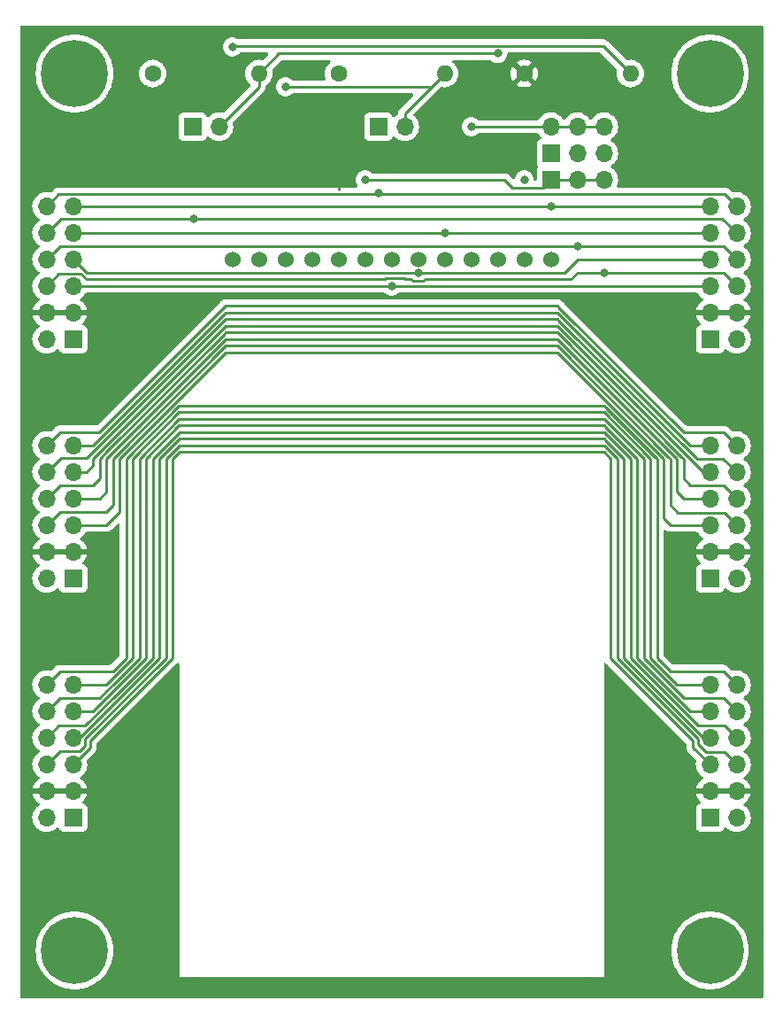
<source format=gbr>
%TF.GenerationSoftware,KiCad,Pcbnew,(6.0.1)*%
%TF.CreationDate,2022-02-11T12:09:14+01:00*%
%TF.ProjectId,pn5180_board,706e3531-3830-45f6-926f-6172642e6b69,rev?*%
%TF.SameCoordinates,Original*%
%TF.FileFunction,Copper,L1,Top*%
%TF.FilePolarity,Positive*%
%FSLAX46Y46*%
G04 Gerber Fmt 4.6, Leading zero omitted, Abs format (unit mm)*
G04 Created by KiCad (PCBNEW (6.0.1)) date 2022-02-11 12:09:14*
%MOMM*%
%LPD*%
G01*
G04 APERTURE LIST*
%TA.AperFunction,ComponentPad*%
%ADD10R,1.700000X1.700000*%
%TD*%
%TA.AperFunction,ComponentPad*%
%ADD11O,1.700000X1.700000*%
%TD*%
%TA.AperFunction,ComponentPad*%
%ADD12C,0.800000*%
%TD*%
%TA.AperFunction,ComponentPad*%
%ADD13C,6.400000*%
%TD*%
%TA.AperFunction,ComponentPad*%
%ADD14C,1.600000*%
%TD*%
%TA.AperFunction,ComponentPad*%
%ADD15O,1.600000X1.600000*%
%TD*%
%TA.AperFunction,ComponentPad*%
%ADD16C,1.524000*%
%TD*%
%TA.AperFunction,ViaPad*%
%ADD17C,0.800000*%
%TD*%
%TA.AperFunction,Conductor*%
%ADD18C,0.250000*%
%TD*%
G04 APERTURE END LIST*
D10*
%TO.P,J1,1,Pin_1*%
%TO.N,VCC*%
X63500000Y-119380000D03*
D11*
%TO.P,J1,2,Pin_2*%
X60960000Y-119380000D03*
%TO.P,J1,3,Pin_3*%
%TO.N,GND*%
X63500000Y-116840000D03*
%TO.P,J1,4,Pin_4*%
X60960000Y-116840000D03*
%TO.P,J1,5,Pin_5*%
%TO.N,PMOD_I2C_SDA*%
X63500000Y-114300000D03*
%TO.P,J1,6,Pin_6*%
%TO.N,PMOD_I2C_GPIO4*%
X60960000Y-114300000D03*
%TO.P,J1,7,Pin_7*%
%TO.N,PMOD_I2C_SCL*%
X63500000Y-111760000D03*
%TO.P,J1,8,Pin_8*%
%TO.N,PMOD_I2C_GPIO3*%
X60960000Y-111760000D03*
%TO.P,J1,9,Pin_9*%
%TO.N,PMOD_I2C_RESET*%
X63500000Y-109220000D03*
%TO.P,J1,10,Pin_10*%
%TO.N,PMOD_I2C_GPIO2*%
X60960000Y-109220000D03*
%TO.P,J1,11,Pin_11*%
%TO.N,PMOD_I2C_INT*%
X63500000Y-106680000D03*
%TO.P,J1,12,Pin_12*%
%TO.N,PMOD_I2C_GPIO1*%
X60960000Y-106680000D03*
%TD*%
D10*
%TO.P,J2,1,Pin_1*%
%TO.N,VCC*%
X63500000Y-96520000D03*
D11*
%TO.P,J2,2,Pin_2*%
X60960000Y-96520000D03*
%TO.P,J2,3,Pin_3*%
%TO.N,GND*%
X63500000Y-93980000D03*
%TO.P,J2,4,Pin_4*%
X60960000Y-93980000D03*
%TO.P,J2,5,Pin_5*%
%TO.N,PMOD_UART_RTS*%
X63500000Y-91440000D03*
%TO.P,J2,6,Pin_6*%
%TO.N,PMOD_UART_GPIO4*%
X60960000Y-91440000D03*
%TO.P,J2,7,Pin_7*%
%TO.N,PMOD_UART_RXD*%
X63500000Y-88900000D03*
%TO.P,J2,8,Pin_8*%
%TO.N,PMOD_UART_GPIO3*%
X60960000Y-88900000D03*
%TO.P,J2,9,Pin_9*%
%TO.N,PMOD_UART_TXD*%
X63500000Y-86360000D03*
%TO.P,J2,10,Pin_10*%
%TO.N,PMOD_UART_RESET*%
X60960000Y-86360000D03*
%TO.P,J2,11,Pin_11*%
%TO.N,PMOD_UART_CTS*%
X63500000Y-83820000D03*
%TO.P,J2,12,Pin_12*%
%TO.N,PMOD_UART_INT*%
X60960000Y-83820000D03*
%TD*%
D10*
%TO.P,J3,1,Pin_1*%
%TO.N,VCC*%
X63500000Y-73660000D03*
D11*
%TO.P,J3,2,Pin_2*%
X60960000Y-73660000D03*
%TO.P,J3,3,Pin_3*%
%TO.N,GND*%
X63500000Y-71120000D03*
%TO.P,J3,4,Pin_4*%
X60960000Y-71120000D03*
%TO.P,J3,5,Pin_5*%
%TO.N,PMOD_SPI_SCK*%
X63500000Y-68580000D03*
%TO.P,J3,6,Pin_6*%
%TO.N,PMOD_SPI_CS3*%
X60960000Y-68580000D03*
%TO.P,J3,7,Pin_7*%
%TO.N,PMOD_SPI_MISO*%
X63500000Y-66040000D03*
%TO.P,J3,8,Pin_8*%
%TO.N,PMOD_SPI_CS2*%
X60960000Y-66040000D03*
%TO.P,J3,9,Pin_9*%
%TO.N,PMOD_SPI_MOSI*%
X63500000Y-63500000D03*
%TO.P,J3,10,Pin_10*%
%TO.N,PMOD_SPI_RESET*%
X60960000Y-63500000D03*
%TO.P,J3,11,Pin_11*%
%TO.N,PMOD_SPI_CS*%
X63500000Y-60960000D03*
%TO.P,J3,12,Pin_12*%
%TO.N,PMOD_SPI_INT*%
X60960000Y-60960000D03*
%TD*%
D10*
%TO.P,J7,1,Pin_1*%
%TO.N,VCC*%
X124460000Y-119380000D03*
D11*
%TO.P,J7,2,Pin_2*%
X127000000Y-119380000D03*
%TO.P,J7,3,Pin_3*%
%TO.N,GND*%
X124460000Y-116840000D03*
%TO.P,J7,4,Pin_4*%
X127000000Y-116840000D03*
%TO.P,J7,5,Pin_5*%
%TO.N,PMOD_I2C_SDA*%
X124460000Y-114300000D03*
%TO.P,J7,6,Pin_6*%
%TO.N,PMOD_I2C_GPIO4*%
X127000000Y-114300000D03*
%TO.P,J7,7,Pin_7*%
%TO.N,PMOD_I2C_SCL*%
X124460000Y-111760000D03*
%TO.P,J7,8,Pin_8*%
%TO.N,PMOD_I2C_GPIO3*%
X127000000Y-111760000D03*
%TO.P,J7,9,Pin_9*%
%TO.N,PMOD_I2C_RESET*%
X124460000Y-109220000D03*
%TO.P,J7,10,Pin_10*%
%TO.N,PMOD_I2C_GPIO2*%
X127000000Y-109220000D03*
%TO.P,J7,11,Pin_11*%
%TO.N,PMOD_I2C_INT*%
X124460000Y-106680000D03*
%TO.P,J7,12,Pin_12*%
%TO.N,PMOD_I2C_GPIO1*%
X127000000Y-106680000D03*
%TD*%
D10*
%TO.P,J8,1,Pin_1*%
%TO.N,VCC*%
X124460000Y-96520000D03*
D11*
%TO.P,J8,2,Pin_2*%
X127000000Y-96520000D03*
%TO.P,J8,3,Pin_3*%
%TO.N,GND*%
X124460000Y-93980000D03*
%TO.P,J8,4,Pin_4*%
X127000000Y-93980000D03*
%TO.P,J8,5,Pin_5*%
%TO.N,PMOD_UART_RTS*%
X124460000Y-91440000D03*
%TO.P,J8,6,Pin_6*%
%TO.N,PMOD_UART_GPIO4*%
X127000000Y-91440000D03*
%TO.P,J8,7,Pin_7*%
%TO.N,PMOD_UART_RXD*%
X124460000Y-88900000D03*
%TO.P,J8,8,Pin_8*%
%TO.N,PMOD_UART_GPIO3*%
X127000000Y-88900000D03*
%TO.P,J8,9,Pin_9*%
%TO.N,PMOD_UART_TXD*%
X124460000Y-86360000D03*
%TO.P,J8,10,Pin_10*%
%TO.N,PMOD_UART_RESET*%
X127000000Y-86360000D03*
%TO.P,J8,11,Pin_11*%
%TO.N,PMOD_UART_CTS*%
X124460000Y-83820000D03*
%TO.P,J8,12,Pin_12*%
%TO.N,PMOD_UART_INT*%
X127000000Y-83820000D03*
%TD*%
D10*
%TO.P,J9,1,Pin_1*%
%TO.N,VCC*%
X124460000Y-73660000D03*
D11*
%TO.P,J9,2,Pin_2*%
X127000000Y-73660000D03*
%TO.P,J9,3,Pin_3*%
%TO.N,GND*%
X124460000Y-71120000D03*
%TO.P,J9,4,Pin_4*%
X127000000Y-71120000D03*
%TO.P,J9,5,Pin_5*%
%TO.N,PMOD_SPI_SCK*%
X124460000Y-68580000D03*
%TO.P,J9,6,Pin_6*%
%TO.N,PMOD_SPI_CS3*%
X127000000Y-68580000D03*
%TO.P,J9,7,Pin_7*%
%TO.N,PMOD_SPI_MISO*%
X124460000Y-66040000D03*
%TO.P,J9,8,Pin_8*%
%TO.N,PMOD_SPI_CS2*%
X127000000Y-66040000D03*
%TO.P,J9,9,Pin_9*%
%TO.N,PMOD_SPI_MOSI*%
X124460000Y-63500000D03*
%TO.P,J9,10,Pin_10*%
%TO.N,PMOD_SPI_RESET*%
X127000000Y-63500000D03*
%TO.P,J9,11,Pin_11*%
%TO.N,PMOD_SPI_CS*%
X124460000Y-60960000D03*
%TO.P,J9,12,Pin_12*%
%TO.N,PMOD_SPI_INT*%
X127000000Y-60960000D03*
%TD*%
D12*
%TO.P,H1,1*%
%TO.N,N/C*%
X66040000Y-48260000D03*
X61942944Y-49957056D03*
X63640000Y-45860000D03*
X65337056Y-46562944D03*
X63640000Y-50660000D03*
X61240000Y-48260000D03*
X65337056Y-49957056D03*
D13*
X63640000Y-48260000D03*
D12*
X61942944Y-46562944D03*
%TD*%
D13*
%TO.P,H2,1*%
%TO.N,N/C*%
X63640000Y-132080000D03*
D12*
X63640000Y-134480000D03*
X66040000Y-132080000D03*
X65337056Y-133777056D03*
X61240000Y-132080000D03*
X61942944Y-130382944D03*
X65337056Y-130382944D03*
X63640000Y-129680000D03*
X61942944Y-133777056D03*
%TD*%
%TO.P,H3,1*%
%TO.N,N/C*%
X126860000Y-48260000D03*
D13*
X124460000Y-48260000D03*
D12*
X124460000Y-45860000D03*
X122060000Y-48260000D03*
X126157056Y-46562944D03*
X124460000Y-50660000D03*
X122762944Y-49957056D03*
X122762944Y-46562944D03*
X126157056Y-49957056D03*
%TD*%
%TO.P,H4,1*%
%TO.N,N/C*%
X122762944Y-133777056D03*
X122060000Y-132080000D03*
X122762944Y-130382944D03*
X126157056Y-130382944D03*
X126860000Y-132080000D03*
X124460000Y-134480000D03*
D13*
X124460000Y-132080000D03*
D12*
X126157056Y-133777056D03*
X124460000Y-129680000D03*
%TD*%
D14*
%TO.P,R2,1*%
%TO.N,VCC*%
X88900000Y-48260000D03*
D15*
%TO.P,R2,2*%
%TO.N,INT*%
X99060000Y-48260000D03*
%TD*%
D14*
%TO.P,R1,1*%
%TO.N,VCC*%
X71120000Y-48260000D03*
D15*
%TO.P,R1,2*%
%TO.N,RESET*%
X81280000Y-48260000D03*
%TD*%
D14*
%TO.P,R3,1*%
%TO.N,GND*%
X106680000Y-48260000D03*
D15*
%TO.P,R3,2*%
%TO.N,AUX2*%
X116840000Y-48260000D03*
%TD*%
D16*
%TO.P,U1,1,AUX2*%
%TO.N,AUX2*%
X78740000Y-66000000D03*
%TO.P,U1,2,AUX1*%
%TO.N,unconnected-(U1-Pad2)*%
X81280000Y-66000000D03*
%TO.P,U1,3,INT*%
%TO.N,INT*%
X83820000Y-66000000D03*
%TO.P,U1,4*%
%TO.N,N/C*%
X86360000Y-66000000D03*
%TO.P,U1,5,GND*%
%TO.N,GND*%
X88900000Y-66000000D03*
%TO.P,U1,6,BUSY*%
%TO.N,BUSY*%
X91440000Y-66000000D03*
%TO.P,U1,7,SCK*%
%TO.N,PMOD_SPI_SCK*%
X93980000Y-66000000D03*
%TO.P,U1,8,MISO*%
%TO.N,PMOD_SPI_MISO*%
X96520000Y-66000000D03*
%TO.P,U1,9,MOSI*%
%TO.N,PMOD_SPI_MOSI*%
X99060000Y-66000000D03*
%TO.P,U1,10,~{CS}*%
%TO.N,CS*%
X101600000Y-66000000D03*
%TO.P,U1,11,~{RST}*%
%TO.N,RESET*%
X104140000Y-66000000D03*
%TO.P,U1,12,VCC*%
%TO.N,VCC*%
X106680000Y-66000000D03*
%TO.P,U1,13*%
%TO.N,N/C*%
X109220000Y-66000000D03*
%TD*%
D10*
%TO.P,J6,1,Pin_1*%
%TO.N,PMOD_SPI_INT*%
X92710000Y-53340000D03*
D11*
%TO.P,J6,2,Pin_2*%
%TO.N,INT*%
X95250000Y-53340000D03*
%TD*%
D10*
%TO.P,J4,1,Pin_1*%
%TO.N,PMOD_SPI_CS*%
X109220000Y-55880000D03*
D11*
%TO.P,J4,2,Pin_2*%
%TO.N,CS*%
X109220000Y-53340000D03*
%TO.P,J4,3,Pin_3*%
%TO.N,PMOD_SPI_CS2*%
X111760000Y-55880000D03*
%TO.P,J4,4,Pin_4*%
%TO.N,CS*%
X111760000Y-53340000D03*
%TO.P,J4,5,Pin_5*%
%TO.N,PMOD_SPI_CS3*%
X114300000Y-55880000D03*
%TO.P,J4,6,Pin_6*%
%TO.N,CS*%
X114300000Y-53340000D03*
%TD*%
D10*
%TO.P,J10,1,Pin_1*%
%TO.N,BUSY*%
X109220000Y-58420000D03*
D11*
%TO.P,J10,2,Pin_2*%
X111760000Y-58420000D03*
%TO.P,J10,3,Pin_3*%
X114300000Y-58420000D03*
%TD*%
D10*
%TO.P,J5,1,Pin_1*%
%TO.N,PMOD_SPI_RESET*%
X74930000Y-53340000D03*
D11*
%TO.P,J5,2,Pin_2*%
%TO.N,RESET*%
X77470000Y-53340000D03*
%TD*%
D17*
%TO.N,GND*%
X88900000Y-58420000D03*
%TO.N,VCC*%
X106680000Y-58420000D03*
%TO.N,PMOD_SPI_INT*%
X92710000Y-59690000D03*
%TO.N,PMOD_SPI_CS*%
X109220000Y-60960000D03*
%TO.N,PMOD_SPI_RESET*%
X75025489Y-62134511D03*
%TO.N,PMOD_SPI_MOSI*%
X99060000Y-63500000D03*
%TO.N,PMOD_SPI_CS2*%
X111760000Y-64770000D03*
%TO.N,PMOD_SPI_MISO*%
X96520000Y-67310000D03*
%TO.N,PMOD_SPI_CS3*%
X114300000Y-67310000D03*
%TO.N,PMOD_SPI_SCK*%
X93980000Y-68580000D03*
%TO.N,CS*%
X101600000Y-53340000D03*
%TO.N,RESET*%
X104140000Y-46355000D03*
%TO.N,INT*%
X83820000Y-49530000D03*
%TO.N,AUX2*%
X78740000Y-45720000D03*
%TO.N,BUSY*%
X91440000Y-58420000D03*
%TD*%
D18*
%TO.N,GND*%
X88900000Y-58420000D02*
X88900000Y-59335969D01*
%TO.N,PMOD_UART_INT*%
X125730000Y-82550000D02*
X127000000Y-83820000D01*
X78083850Y-70485000D02*
X109855000Y-70485000D01*
X109855000Y-70485000D02*
X110039990Y-70669990D01*
X62240575Y-82539425D02*
X66029425Y-82539425D01*
X60960000Y-83820000D02*
X62240575Y-82539425D01*
X66029425Y-82539425D02*
X78083850Y-70485000D01*
X121941150Y-82550000D02*
X125730000Y-82550000D01*
X110039990Y-70669990D02*
X110061141Y-70669991D01*
X110061141Y-70669991D02*
X121941150Y-82550000D01*
%TO.N,PMOD_UART_CTS*%
X77920009Y-71304991D02*
X77900269Y-71304991D01*
X109874740Y-71120000D02*
X78105000Y-71120000D01*
X122574740Y-83820000D02*
X109874740Y-71120000D01*
X65385260Y-83820000D02*
X63500000Y-83820000D01*
X77900269Y-71304991D02*
X65385260Y-83820000D01*
X78105000Y-71120000D02*
X77920009Y-71304991D01*
X124460000Y-83820000D02*
X122574740Y-83820000D01*
%TO.N,PMOD_UART_RESET*%
X110039990Y-71939990D02*
X110058321Y-71939991D01*
X64846669Y-84995001D02*
X78086670Y-71755000D01*
X125720835Y-85080835D02*
X127000000Y-86360000D01*
X78086670Y-71755000D02*
X109855000Y-71755000D01*
X60960000Y-86360000D02*
X62324999Y-84995001D01*
X62324999Y-84995001D02*
X64846669Y-84995001D01*
X110058321Y-71939991D02*
X123199165Y-85080835D01*
X109855000Y-71755000D02*
X110039990Y-71939990D01*
X123199165Y-85080835D02*
X125720835Y-85080835D01*
%TO.N,PMOD_UART_TXD*%
X65405000Y-85073080D02*
X78088080Y-72390000D01*
X123841920Y-86360000D02*
X124460000Y-86360000D01*
X78088080Y-72390000D02*
X109871920Y-72390000D01*
X65405000Y-85725000D02*
X65405000Y-85073080D01*
X109871920Y-72390000D02*
X123841920Y-86360000D01*
X63500000Y-86360000D02*
X64770000Y-86360000D01*
X64770000Y-86360000D02*
X65405000Y-85725000D01*
%TO.N,PMOD_UART_GPIO3*%
X122555000Y-87630000D02*
X121920000Y-86995000D01*
X77904499Y-73209991D02*
X77920009Y-73209991D01*
X66040000Y-85074490D02*
X66224991Y-84889499D01*
X77920009Y-73209991D02*
X78105000Y-73025000D01*
X121920000Y-86995000D02*
X121920000Y-85090000D01*
X121920000Y-85090000D02*
X121735010Y-84905010D01*
X66224991Y-84889499D02*
X66667245Y-84447245D01*
X78105000Y-73025000D02*
X80010000Y-73025000D01*
X125730000Y-87630000D02*
X122555000Y-87630000D01*
X66667245Y-84447245D02*
X77904499Y-73209991D01*
X80010000Y-73025000D02*
X80645000Y-73025000D01*
X127000000Y-88900000D02*
X125730000Y-87630000D01*
X121735009Y-84889499D02*
X109870510Y-73025000D01*
X66040000Y-86995000D02*
X66040000Y-85074490D01*
X109870510Y-73025000D02*
X80010000Y-73025000D01*
X65405000Y-87630000D02*
X66040000Y-86995000D01*
X121735010Y-84905010D02*
X121735009Y-84889499D01*
X60960000Y-88900000D02*
X62230000Y-87630000D01*
X62230000Y-87630000D02*
X65405000Y-87630000D01*
%TO.N,PMOD_UART_RXD*%
X66675000Y-88265000D02*
X66675000Y-85075900D01*
X66675000Y-85075900D02*
X78090900Y-73660000D01*
X66040000Y-88900000D02*
X66675000Y-88265000D01*
X121285000Y-85075900D02*
X121285000Y-88265000D01*
X109855000Y-73660000D02*
X110039990Y-73844990D01*
X121920000Y-88900000D02*
X124460000Y-88900000D01*
X78090900Y-73660000D02*
X109855000Y-73660000D01*
X63500000Y-88900000D02*
X66040000Y-88900000D01*
X121285000Y-88265000D02*
X121920000Y-88900000D01*
X110054091Y-73844991D02*
X121285000Y-85075900D01*
X110039990Y-73844990D02*
X110054091Y-73844991D01*
%TO.N,PMOD_UART_GPIO4*%
X120465010Y-84905010D02*
X120465009Y-84892319D01*
X67494991Y-84892319D02*
X67494990Y-84905010D01*
X62230000Y-90170000D02*
X60960000Y-91440000D01*
X78092310Y-74295000D02*
X67494991Y-84892319D01*
X120650000Y-85090000D02*
X120465010Y-84905010D01*
X120650000Y-89535000D02*
X120650000Y-85090000D01*
X121379999Y-90264999D02*
X120650000Y-89535000D01*
X66675000Y-90170000D02*
X62230000Y-90170000D01*
X120465009Y-84892319D02*
X109867690Y-74295000D01*
X67310000Y-85090000D02*
X67310000Y-89535000D01*
X109867690Y-74295000D02*
X78092310Y-74295000D01*
X67494990Y-84905010D02*
X67310000Y-85090000D01*
X125824999Y-90264999D02*
X121379999Y-90264999D01*
X127000000Y-91440000D02*
X125824999Y-90264999D01*
X67310000Y-89535000D02*
X66675000Y-90170000D01*
%TO.N,PMOD_UART_RTS*%
X109866280Y-74930000D02*
X120015000Y-85078720D01*
X80645000Y-74930000D02*
X80010000Y-74930000D01*
X80645000Y-74930000D02*
X109866280Y-74930000D01*
X66675000Y-91440000D02*
X67945000Y-90170000D01*
X120015000Y-85078720D02*
X120015000Y-90805000D01*
X78093720Y-74930000D02*
X80645000Y-74930000D01*
X67945000Y-85078720D02*
X78093720Y-74930000D01*
X120650000Y-91440000D02*
X124460000Y-91440000D01*
X120015000Y-90805000D02*
X120650000Y-91440000D01*
X63500000Y-91440000D02*
X66675000Y-91440000D01*
X67945000Y-90170000D02*
X67945000Y-85078720D01*
%TO.N,PMOD_SPI_INT*%
X60960000Y-60960000D02*
X62134511Y-59785489D01*
X125825489Y-59785489D02*
X127000000Y-60960000D01*
X62134511Y-59785489D02*
X125825489Y-59785489D01*
%TO.N,PMOD_SPI_CS*%
X63500000Y-60960000D02*
X80010000Y-60960000D01*
X109220000Y-60960000D02*
X124460000Y-60960000D01*
X80010000Y-60960000D02*
X109220000Y-60960000D01*
%TO.N,PMOD_SPI_RESET*%
X108045489Y-62134511D02*
X125634511Y-62134511D01*
X62325489Y-62134511D02*
X75025489Y-62134511D01*
X125634511Y-62134511D02*
X127000000Y-63500000D01*
X60960000Y-63500000D02*
X62325489Y-62134511D01*
X75025489Y-62134511D02*
X108045489Y-62134511D01*
%TO.N,PMOD_SPI_MOSI*%
X99060000Y-63500000D02*
X124460000Y-63500000D01*
X63500000Y-63500000D02*
X99060000Y-63500000D01*
%TO.N,PMOD_SPI_CS2*%
X111760000Y-64770000D02*
X125730000Y-64770000D01*
X125730000Y-64770000D02*
X127000000Y-66040000D01*
X62230000Y-64770000D02*
X60960000Y-66040000D01*
X111760000Y-64770000D02*
X62230000Y-64770000D01*
%TO.N,PMOD_SPI_MISO*%
X111760000Y-66040000D02*
X110490000Y-67310000D01*
X124460000Y-66040000D02*
X111760000Y-66040000D01*
X110490000Y-67310000D02*
X96520000Y-67310000D01*
X64770000Y-67310000D02*
X63500000Y-66040000D01*
X96520000Y-67310000D02*
X64770000Y-67310000D01*
%TO.N,PMOD_SPI_CS3*%
X64769282Y-67945000D02*
X64229771Y-67405489D01*
X93434511Y-67855489D02*
X93345000Y-67945000D01*
X95885000Y-67945000D02*
X95250000Y-67945000D01*
X111760000Y-67310000D02*
X111125000Y-67945000D01*
X95160489Y-67855489D02*
X93434511Y-67855489D01*
X97155000Y-67945000D02*
X97065489Y-68034511D01*
X110490000Y-67945000D02*
X97155000Y-67945000D01*
X93345000Y-67945000D02*
X64769282Y-67945000D01*
X127000000Y-68580000D02*
X125730000Y-67310000D01*
X125730000Y-67310000D02*
X114300000Y-67310000D01*
X111125000Y-67945000D02*
X110490000Y-67945000D01*
X97065489Y-68034511D02*
X95974511Y-68034511D01*
X95974511Y-68034511D02*
X95885000Y-67945000D01*
X64229771Y-67405489D02*
X62134511Y-67405489D01*
X95250000Y-67945000D02*
X95160489Y-67855489D01*
X114300000Y-67310000D02*
X111760000Y-67310000D01*
X62134511Y-67405489D02*
X60960000Y-68580000D01*
X110490000Y-67945000D02*
X109855000Y-67945000D01*
%TO.N,PMOD_SPI_SCK*%
X63500000Y-68580000D02*
X96520000Y-68580000D01*
X99060000Y-68580000D02*
X124460000Y-68580000D01*
X96520000Y-68580000D02*
X99060000Y-68580000D01*
%TO.N,PMOD_I2C_GPIO1*%
X68580000Y-104137180D02*
X68580000Y-85080130D01*
X60960000Y-106680000D02*
X62230000Y-105410000D01*
X119195715Y-84895845D02*
X114622435Y-80322565D01*
X114622435Y-80322565D02*
X114494860Y-80194990D01*
X67307180Y-105410000D02*
X68580000Y-104137180D01*
X120651410Y-105408590D02*
X119380000Y-104137180D01*
X119380000Y-104137180D02*
X119380000Y-102870000D01*
X119380000Y-85090000D02*
X119380000Y-85080130D01*
X119380000Y-102870000D02*
X119380000Y-85090000D01*
X73650130Y-80010000D02*
X114309870Y-80010000D01*
X114309870Y-80010000D02*
X114622435Y-80322565D01*
X125728590Y-105408590D02*
X120651410Y-105408590D01*
X127000000Y-106680000D02*
X125728590Y-105408590D01*
X68580000Y-85080130D02*
X73650130Y-80010000D01*
X62230000Y-105410000D02*
X67307180Y-105410000D01*
X119380000Y-85080130D02*
X114494860Y-80194990D01*
%TO.N,PMOD_I2C_INT*%
X69399991Y-84896549D02*
X69399990Y-84905010D01*
X69399990Y-84905010D02*
X69215000Y-85090000D01*
X118560009Y-84896549D02*
X114308460Y-80645000D01*
X118745705Y-104139295D02*
X118745705Y-85090705D01*
X67308590Y-106045000D02*
X67307180Y-106045000D01*
X69215000Y-85090000D02*
X69215000Y-104138590D01*
X66672180Y-106680000D02*
X63500000Y-106680000D01*
X118745705Y-104139295D02*
X118745000Y-104138590D01*
X69215000Y-104138590D02*
X67308590Y-106045000D01*
X114308460Y-80645000D02*
X73651540Y-80645000D01*
X124460000Y-106680000D02*
X121286410Y-106680000D01*
X67307180Y-106045000D02*
X66672180Y-106680000D01*
X121286410Y-106680000D02*
X118745705Y-104139295D01*
X118560010Y-84905010D02*
X118560009Y-84896549D01*
X118745705Y-85090705D02*
X118560010Y-84905010D01*
X73651540Y-80645000D02*
X69399991Y-84896549D01*
%TO.N,PMOD_I2C_GPIO2*%
X114307050Y-81280000D02*
X118110000Y-85082950D01*
X67310001Y-106679999D02*
X69850000Y-104140000D01*
X118110000Y-104140000D02*
X118110000Y-102870000D01*
X121920000Y-107950000D02*
X118110000Y-104140000D01*
X125730000Y-107950000D02*
X121920000Y-107950000D01*
X66039295Y-107949295D02*
X66674295Y-107314295D01*
X74295000Y-81280000D02*
X114300000Y-81280000D01*
X69850000Y-104140000D02*
X69850000Y-86360000D01*
X62230705Y-107949295D02*
X66039295Y-107949295D01*
X67308591Y-106679999D02*
X67310001Y-106679999D01*
X69850000Y-85090000D02*
X69850000Y-85082950D01*
X66674295Y-107314295D02*
X67308591Y-106679999D01*
X114300000Y-81280000D02*
X114307050Y-81280000D01*
X73652950Y-81280000D02*
X74295000Y-81280000D01*
X118110000Y-85082950D02*
X118110000Y-103505000D01*
X69850000Y-86360000D02*
X69850000Y-85090000D01*
X69850000Y-85082950D02*
X73652950Y-81280000D01*
X60960000Y-109220000D02*
X62230705Y-107949295D01*
X127000000Y-109220000D02*
X125730000Y-107950000D01*
%TO.N,PMOD_I2C_RESET*%
X67499221Y-107130009D02*
X67494991Y-107130009D01*
X114300000Y-81915000D02*
X73654360Y-81915000D01*
X73654360Y-81915000D02*
X70485000Y-85084360D01*
X67494991Y-107130009D02*
X65405000Y-109220000D01*
X117475000Y-85084360D02*
X114490631Y-82099991D01*
X117475000Y-104141410D02*
X117475000Y-85084360D01*
X70485000Y-104140000D02*
X70300010Y-104324990D01*
X70300009Y-104329221D02*
X67499221Y-107130009D01*
X122553590Y-109220000D02*
X117475000Y-104141410D01*
X70485000Y-85084360D02*
X70485000Y-104140000D01*
X65405000Y-109220000D02*
X63500000Y-109220000D01*
X124460000Y-109220000D02*
X122553590Y-109220000D01*
X70300010Y-104324990D02*
X70300009Y-104329221D01*
X114484990Y-82099990D02*
X114300000Y-81915000D01*
X114490631Y-82099991D02*
X114484990Y-82099990D01*
%TO.N,PMOD_I2C_GPIO3*%
X64676411Y-110584999D02*
X67681392Y-107580018D01*
X125824999Y-110584999D02*
X127000000Y-111760000D01*
X71120000Y-85090000D02*
X71304990Y-84905010D01*
X67681392Y-107580018D02*
X67685622Y-107580018D01*
X73655770Y-82550000D02*
X114304230Y-82550000D01*
X67685622Y-107580018D02*
X71120000Y-104145640D01*
X71120000Y-104145640D02*
X71120000Y-85090000D01*
X123282179Y-110584999D02*
X125824999Y-110584999D01*
X71304991Y-84900779D02*
X73655770Y-82550000D01*
X116840000Y-85085770D02*
X116840000Y-104142820D01*
X62135001Y-110584999D02*
X64676411Y-110584999D01*
X114304230Y-82550000D02*
X116840000Y-85085770D01*
X116840000Y-104142820D02*
X123282179Y-110584999D01*
X71304990Y-84905010D02*
X71304991Y-84900779D01*
X60960000Y-111760000D02*
X62135001Y-110584999D01*
%TO.N,PMOD_I2C_SCL*%
X116205000Y-85087180D02*
X114487811Y-83369991D01*
X71755000Y-104140000D02*
X71570010Y-104324990D01*
X71755000Y-85087180D02*
X71755000Y-104140000D01*
X73657180Y-83185000D02*
X71755000Y-85087180D01*
X114484990Y-83369990D02*
X114300000Y-83185000D01*
X71570010Y-104324990D02*
X71570009Y-104332041D01*
X124460000Y-111760000D02*
X123820770Y-111760000D01*
X116205000Y-104140000D02*
X116205000Y-85087180D01*
X123820770Y-111760000D02*
X116389991Y-104329221D01*
X116389990Y-104324990D02*
X116205000Y-104140000D01*
X71570009Y-104332041D02*
X64142050Y-111760000D01*
X64142050Y-111760000D02*
X63500000Y-111760000D01*
X114300000Y-83185000D02*
X73657180Y-83185000D01*
X116389991Y-104329221D02*
X116389990Y-104324990D01*
X114487811Y-83369991D02*
X114484990Y-83369990D01*
%TO.N,PMOD_I2C_GPIO4*%
X72574990Y-84905010D02*
X72390000Y-85090000D01*
X64140640Y-113024360D02*
X64140640Y-113030000D01*
X114301410Y-83820000D02*
X73658590Y-83820000D01*
X115570000Y-85088590D02*
X114301410Y-83820000D01*
X124085997Y-113124999D02*
X123284999Y-112324001D01*
X115570000Y-104145640D02*
X115570000Y-85088590D01*
X72574991Y-84903599D02*
X72574990Y-84905010D01*
X72390000Y-85090000D02*
X72390000Y-104148460D01*
X64675001Y-111863459D02*
X64675001Y-112489999D01*
X64675001Y-112489999D02*
X64140640Y-113024360D01*
X127000000Y-114300000D02*
X125824999Y-113124999D01*
X123284999Y-112324001D02*
X123284999Y-111860639D01*
X73658590Y-83820000D02*
X72574991Y-84903599D01*
X125824999Y-113124999D02*
X124085997Y-113124999D01*
X72390000Y-104148460D02*
X64675001Y-111863459D01*
X123284999Y-111860639D02*
X115570000Y-104145640D01*
X62230000Y-113030000D02*
X60960000Y-114300000D01*
X64140640Y-113030000D02*
X62230000Y-113030000D01*
%TO.N,PMOD_I2C_SDA*%
X72840009Y-104334861D02*
X65125011Y-112049859D01*
X114935000Y-85090000D02*
X114935000Y-104140000D01*
X115119991Y-104332041D02*
X122834989Y-112047039D01*
X65125011Y-112049859D02*
X65125011Y-112682039D01*
X114935000Y-104140000D02*
X115119990Y-104324990D01*
X73660000Y-84455000D02*
X74930000Y-84455000D01*
X74930000Y-84455000D02*
X75565000Y-84455000D01*
X65125011Y-112682039D02*
X63507050Y-114300000D01*
X122834989Y-112674989D02*
X124460000Y-114300000D01*
X74930000Y-84455000D02*
X114300000Y-84455000D01*
X72840010Y-104324990D02*
X72840009Y-104334861D01*
X73025000Y-85265364D02*
X73025000Y-85090000D01*
X73025000Y-85090000D02*
X73660000Y-84455000D01*
X115119990Y-104324990D02*
X115119991Y-104332041D01*
X114300000Y-84455000D02*
X114935000Y-85090000D01*
X73025000Y-85090000D02*
X73025000Y-104140000D01*
X122834989Y-112047039D02*
X122834989Y-112674989D01*
X73025000Y-104140000D02*
X72840010Y-104324990D01*
X63507050Y-114300000D02*
X63500000Y-114300000D01*
%TO.N,CS*%
X101600000Y-53340000D02*
X114300000Y-53340000D01*
%TO.N,RESET*%
X81280000Y-49530000D02*
X81280000Y-48260000D01*
X77470000Y-53340000D02*
X81280000Y-49530000D01*
X83185000Y-46355000D02*
X81280000Y-48260000D01*
X104140000Y-46355000D02*
X83185000Y-46355000D01*
%TO.N,INT*%
X95250000Y-53340000D02*
X95250000Y-52070000D01*
X83820000Y-49530000D02*
X97790000Y-49530000D01*
X95250000Y-52070000D02*
X97790000Y-49530000D01*
X97790000Y-49530000D02*
X99060000Y-48260000D01*
%TO.N,AUX2*%
X114210489Y-45630489D02*
X116840000Y-48260000D01*
X78740000Y-45720000D02*
X78829511Y-45630489D01*
X78829511Y-45630489D02*
X114210489Y-45630489D01*
%TO.N,BUSY*%
X104775000Y-58420000D02*
X91440000Y-58420000D01*
X114300000Y-58420000D02*
X109220000Y-58420000D01*
X108495489Y-59144511D02*
X105499511Y-59144511D01*
X105499511Y-59144511D02*
X104775000Y-58420000D01*
X109220000Y-58420000D02*
X108495489Y-59144511D01*
%TD*%
%TA.AperFunction,Conductor*%
%TO.N,GND*%
G36*
X129482121Y-43708002D02*
G01*
X129528614Y-43761658D01*
X129540000Y-43814000D01*
X129540000Y-136526000D01*
X129519998Y-136594121D01*
X129466342Y-136640614D01*
X129414000Y-136652000D01*
X58546000Y-136652000D01*
X58477879Y-136631998D01*
X58431386Y-136578342D01*
X58420000Y-136526000D01*
X58420000Y-132080000D01*
X59926411Y-132080000D01*
X59946754Y-132468176D01*
X60007562Y-132852099D01*
X60108167Y-133227562D01*
X60247468Y-133590453D01*
X60423938Y-133936794D01*
X60635643Y-134262793D01*
X60880266Y-134564876D01*
X61155124Y-134839734D01*
X61457207Y-135084357D01*
X61783205Y-135296062D01*
X61786139Y-135297557D01*
X61786146Y-135297561D01*
X62126607Y-135471034D01*
X62129547Y-135472532D01*
X62492438Y-135611833D01*
X62867901Y-135712438D01*
X63071793Y-135744732D01*
X63248576Y-135772732D01*
X63248584Y-135772733D01*
X63251824Y-135773246D01*
X63640000Y-135793589D01*
X64028176Y-135773246D01*
X64031416Y-135772733D01*
X64031424Y-135772732D01*
X64208207Y-135744732D01*
X64412099Y-135712438D01*
X64787562Y-135611833D01*
X65150453Y-135472532D01*
X65153393Y-135471034D01*
X65493854Y-135297561D01*
X65493861Y-135297557D01*
X65496795Y-135296062D01*
X65822793Y-135084357D01*
X66124876Y-134839734D01*
X66399734Y-134564876D01*
X66644357Y-134262793D01*
X66856062Y-133936794D01*
X67032532Y-133590453D01*
X67171833Y-133227562D01*
X67272438Y-132852099D01*
X67333246Y-132468176D01*
X67353589Y-132080000D01*
X67333246Y-131691824D01*
X67272438Y-131307901D01*
X67171833Y-130932438D01*
X67032532Y-130569547D01*
X66856062Y-130223206D01*
X66644357Y-129897207D01*
X66399734Y-129595124D01*
X66124876Y-129320266D01*
X65822793Y-129075643D01*
X65496795Y-128863938D01*
X65493861Y-128862443D01*
X65493854Y-128862439D01*
X65153393Y-128688966D01*
X65150453Y-128687468D01*
X64787562Y-128548167D01*
X64412099Y-128447562D01*
X64208207Y-128415268D01*
X64031424Y-128387268D01*
X64031416Y-128387267D01*
X64028176Y-128386754D01*
X63640000Y-128366411D01*
X63251824Y-128386754D01*
X63248584Y-128387267D01*
X63248576Y-128387268D01*
X63071793Y-128415268D01*
X62867901Y-128447562D01*
X62492438Y-128548167D01*
X62129547Y-128687468D01*
X62126607Y-128688966D01*
X61786147Y-128862439D01*
X61786140Y-128862443D01*
X61783206Y-128863938D01*
X61457207Y-129075643D01*
X61155124Y-129320266D01*
X60880266Y-129595124D01*
X60635643Y-129897207D01*
X60423938Y-130223206D01*
X60247468Y-130569547D01*
X60108167Y-130932438D01*
X60007562Y-131307901D01*
X59946754Y-131691824D01*
X59926411Y-132080000D01*
X58420000Y-132080000D01*
X58420000Y-119346695D01*
X59597251Y-119346695D01*
X59597548Y-119351848D01*
X59597548Y-119351851D01*
X59603011Y-119446590D01*
X59610110Y-119569715D01*
X59611247Y-119574761D01*
X59611248Y-119574767D01*
X59631119Y-119662939D01*
X59659222Y-119787639D01*
X59743266Y-119994616D01*
X59859987Y-120185088D01*
X60006250Y-120353938D01*
X60178126Y-120496632D01*
X60371000Y-120609338D01*
X60579692Y-120689030D01*
X60584760Y-120690061D01*
X60584763Y-120690062D01*
X60692017Y-120711883D01*
X60798597Y-120733567D01*
X60803772Y-120733757D01*
X60803774Y-120733757D01*
X61016673Y-120741564D01*
X61016677Y-120741564D01*
X61021837Y-120741753D01*
X61026957Y-120741097D01*
X61026959Y-120741097D01*
X61238288Y-120714025D01*
X61238289Y-120714025D01*
X61243416Y-120713368D01*
X61248366Y-120711883D01*
X61452429Y-120650661D01*
X61452434Y-120650659D01*
X61457384Y-120649174D01*
X61657994Y-120550896D01*
X61839860Y-120421173D01*
X61948091Y-120313319D01*
X62010462Y-120279404D01*
X62081268Y-120284592D01*
X62138030Y-120327238D01*
X62155012Y-120358341D01*
X62177201Y-120417529D01*
X62199385Y-120476705D01*
X62286739Y-120593261D01*
X62403295Y-120680615D01*
X62539684Y-120731745D01*
X62601866Y-120738500D01*
X64398134Y-120738500D01*
X64460316Y-120731745D01*
X64596705Y-120680615D01*
X64713261Y-120593261D01*
X64800615Y-120476705D01*
X64851745Y-120340316D01*
X64858500Y-120278134D01*
X64858500Y-118481866D01*
X64851745Y-118419684D01*
X64800615Y-118283295D01*
X64713261Y-118166739D01*
X64596705Y-118079385D01*
X64477687Y-118034767D01*
X64420923Y-117992125D01*
X64396223Y-117925564D01*
X64411430Y-117856215D01*
X64432977Y-117827535D01*
X64534052Y-117726812D01*
X64540730Y-117718965D01*
X64665003Y-117546020D01*
X64670313Y-117537183D01*
X64764670Y-117346267D01*
X64768469Y-117336672D01*
X64830377Y-117132910D01*
X64832555Y-117122837D01*
X64833986Y-117111962D01*
X64831775Y-117097778D01*
X64818617Y-117094000D01*
X59643225Y-117094000D01*
X59629694Y-117097973D01*
X59628257Y-117107966D01*
X59658565Y-117242446D01*
X59661645Y-117252275D01*
X59741770Y-117449603D01*
X59746413Y-117458794D01*
X59857694Y-117640388D01*
X59863777Y-117648699D01*
X60003213Y-117809667D01*
X60010580Y-117816883D01*
X60174434Y-117952916D01*
X60182881Y-117958831D01*
X60251969Y-117999203D01*
X60300693Y-118050842D01*
X60313764Y-118120625D01*
X60287033Y-118186396D01*
X60246584Y-118219752D01*
X60233607Y-118226507D01*
X60229474Y-118229610D01*
X60229471Y-118229612D01*
X60059100Y-118357530D01*
X60054965Y-118360635D01*
X60015525Y-118401907D01*
X59943729Y-118477037D01*
X59900629Y-118522138D01*
X59774743Y-118706680D01*
X59680688Y-118909305D01*
X59620989Y-119124570D01*
X59597251Y-119346695D01*
X58420000Y-119346695D01*
X58420000Y-114266695D01*
X59597251Y-114266695D01*
X59597548Y-114271848D01*
X59597548Y-114271851D01*
X59603011Y-114366590D01*
X59610110Y-114489715D01*
X59611247Y-114494761D01*
X59611248Y-114494767D01*
X59631119Y-114582939D01*
X59659222Y-114707639D01*
X59743266Y-114914616D01*
X59794019Y-114997438D01*
X59857291Y-115100688D01*
X59859987Y-115105088D01*
X60006250Y-115273938D01*
X60178126Y-115416632D01*
X60251955Y-115459774D01*
X60300679Y-115511412D01*
X60313750Y-115581195D01*
X60287019Y-115646967D01*
X60246562Y-115680327D01*
X60238457Y-115684546D01*
X60229738Y-115690036D01*
X60059433Y-115817905D01*
X60051726Y-115824748D01*
X59904590Y-115978717D01*
X59898104Y-115986727D01*
X59778098Y-116162649D01*
X59773000Y-116171623D01*
X59683338Y-116364783D01*
X59679775Y-116374470D01*
X59624389Y-116574183D01*
X59625912Y-116582607D01*
X59638292Y-116586000D01*
X64818344Y-116586000D01*
X64831875Y-116582027D01*
X64833180Y-116572947D01*
X64791214Y-116405875D01*
X64787894Y-116396124D01*
X64702972Y-116200814D01*
X64698105Y-116191739D01*
X64582426Y-116012926D01*
X64576136Y-116004757D01*
X64432806Y-115847240D01*
X64425273Y-115840215D01*
X64258139Y-115708222D01*
X64249556Y-115702520D01*
X64212602Y-115682120D01*
X64162631Y-115631687D01*
X64147859Y-115562245D01*
X64172975Y-115495839D01*
X64200327Y-115469232D01*
X64223797Y-115452491D01*
X64379860Y-115341173D01*
X64538096Y-115183489D01*
X64597594Y-115100689D01*
X64665435Y-115006277D01*
X64668453Y-115002077D01*
X64689320Y-114959857D01*
X64765136Y-114806453D01*
X64765137Y-114806451D01*
X64767430Y-114801811D01*
X64832370Y-114588069D01*
X64861529Y-114366590D01*
X64863156Y-114300000D01*
X64844852Y-114077361D01*
X64818236Y-113971400D01*
X64821040Y-113900459D01*
X64851345Y-113851609D01*
X65517258Y-113185696D01*
X65525548Y-113178152D01*
X65532029Y-113174039D01*
X65578670Y-113124371D01*
X65581424Y-113121530D01*
X65601145Y-113101809D01*
X65603623Y-113098614D01*
X65611329Y-113089592D01*
X65636169Y-113063140D01*
X65641597Y-113057360D01*
X65651357Y-113039607D01*
X65662210Y-113023084D01*
X65669764Y-113013345D01*
X65674624Y-113007080D01*
X65692187Y-112966496D01*
X65697394Y-112955866D01*
X65718706Y-112917099D01*
X65720677Y-112909422D01*
X65720679Y-112909417D01*
X65723743Y-112897481D01*
X65730149Y-112878769D01*
X65735045Y-112867456D01*
X65738192Y-112860184D01*
X65741206Y-112841159D01*
X65745108Y-112816520D01*
X65747515Y-112804899D01*
X65756539Y-112769750D01*
X65756539Y-112769749D01*
X65758511Y-112762069D01*
X65758511Y-112741808D01*
X65760062Y-112722097D01*
X65760588Y-112718780D01*
X65763230Y-112702096D01*
X65759070Y-112658085D01*
X65758511Y-112646228D01*
X65758511Y-112364453D01*
X65778513Y-112296332D01*
X65795416Y-112275358D01*
X69499283Y-108571492D01*
X73232269Y-104838506D01*
X73240519Y-104831000D01*
X73246977Y-104826902D01*
X73293636Y-104777225D01*
X73296382Y-104774393D01*
X73316144Y-104754631D01*
X73318611Y-104751451D01*
X73326307Y-104742442D01*
X73356557Y-104710234D01*
X73360379Y-104703284D01*
X73361891Y-104701203D01*
X73374725Y-104686179D01*
X73417247Y-104643657D01*
X73425537Y-104636113D01*
X73432018Y-104632000D01*
X73442149Y-104621211D01*
X73503360Y-104585245D01*
X73574300Y-104588082D01*
X73632445Y-104628821D01*
X73659334Y-104694528D01*
X73660000Y-104707463D01*
X73660000Y-134620000D01*
X114300000Y-134620000D01*
X114300000Y-132080000D01*
X120746411Y-132080000D01*
X120766754Y-132468176D01*
X120827562Y-132852099D01*
X120928167Y-133227562D01*
X121067468Y-133590453D01*
X121243938Y-133936794D01*
X121455643Y-134262793D01*
X121700266Y-134564876D01*
X121975124Y-134839734D01*
X122277207Y-135084357D01*
X122603205Y-135296062D01*
X122606139Y-135297557D01*
X122606146Y-135297561D01*
X122946607Y-135471034D01*
X122949547Y-135472532D01*
X123312438Y-135611833D01*
X123687901Y-135712438D01*
X123891793Y-135744732D01*
X124068576Y-135772732D01*
X124068584Y-135772733D01*
X124071824Y-135773246D01*
X124460000Y-135793589D01*
X124848176Y-135773246D01*
X124851416Y-135772733D01*
X124851424Y-135772732D01*
X125028207Y-135744732D01*
X125232099Y-135712438D01*
X125607562Y-135611833D01*
X125970453Y-135472532D01*
X125973393Y-135471034D01*
X126313854Y-135297561D01*
X126313861Y-135297557D01*
X126316795Y-135296062D01*
X126642793Y-135084357D01*
X126944876Y-134839734D01*
X127219734Y-134564876D01*
X127464357Y-134262793D01*
X127676062Y-133936794D01*
X127852532Y-133590453D01*
X127991833Y-133227562D01*
X128092438Y-132852099D01*
X128153246Y-132468176D01*
X128173589Y-132080000D01*
X128153246Y-131691824D01*
X128092438Y-131307901D01*
X127991833Y-130932438D01*
X127852532Y-130569547D01*
X127676062Y-130223206D01*
X127464357Y-129897207D01*
X127219734Y-129595124D01*
X126944876Y-129320266D01*
X126642793Y-129075643D01*
X126316795Y-128863938D01*
X126313861Y-128862443D01*
X126313854Y-128862439D01*
X125973393Y-128688966D01*
X125970453Y-128687468D01*
X125607562Y-128548167D01*
X125232099Y-128447562D01*
X125028207Y-128415268D01*
X124851424Y-128387268D01*
X124851416Y-128387267D01*
X124848176Y-128386754D01*
X124460000Y-128366411D01*
X124071824Y-128386754D01*
X124068584Y-128387267D01*
X124068576Y-128387268D01*
X123891793Y-128415268D01*
X123687901Y-128447562D01*
X123312438Y-128548167D01*
X122949547Y-128687468D01*
X122946607Y-128688966D01*
X122606147Y-128862439D01*
X122606140Y-128862443D01*
X122603206Y-128863938D01*
X122277207Y-129075643D01*
X121975124Y-129320266D01*
X121700266Y-129595124D01*
X121455643Y-129897207D01*
X121243938Y-130223206D01*
X121067468Y-130569547D01*
X120928167Y-130932438D01*
X120827562Y-131307901D01*
X120766754Y-131691824D01*
X120746411Y-132080000D01*
X114300000Y-132080000D01*
X114300000Y-120278134D01*
X123101500Y-120278134D01*
X123108255Y-120340316D01*
X123159385Y-120476705D01*
X123246739Y-120593261D01*
X123363295Y-120680615D01*
X123499684Y-120731745D01*
X123561866Y-120738500D01*
X125358134Y-120738500D01*
X125420316Y-120731745D01*
X125556705Y-120680615D01*
X125673261Y-120593261D01*
X125760615Y-120476705D01*
X125782799Y-120417529D01*
X125804598Y-120359382D01*
X125847240Y-120302618D01*
X125913802Y-120277918D01*
X125983150Y-120293126D01*
X126017817Y-120321114D01*
X126046250Y-120353938D01*
X126218126Y-120496632D01*
X126411000Y-120609338D01*
X126619692Y-120689030D01*
X126624760Y-120690061D01*
X126624763Y-120690062D01*
X126732017Y-120711883D01*
X126838597Y-120733567D01*
X126843772Y-120733757D01*
X126843774Y-120733757D01*
X127056673Y-120741564D01*
X127056677Y-120741564D01*
X127061837Y-120741753D01*
X127066957Y-120741097D01*
X127066959Y-120741097D01*
X127278288Y-120714025D01*
X127278289Y-120714025D01*
X127283416Y-120713368D01*
X127288366Y-120711883D01*
X127492429Y-120650661D01*
X127492434Y-120650659D01*
X127497384Y-120649174D01*
X127697994Y-120550896D01*
X127879860Y-120421173D01*
X128038096Y-120263489D01*
X128097594Y-120180689D01*
X128165435Y-120086277D01*
X128168453Y-120082077D01*
X128267430Y-119881811D01*
X128332370Y-119668069D01*
X128361529Y-119446590D01*
X128363156Y-119380000D01*
X128344852Y-119157361D01*
X128290431Y-118940702D01*
X128201354Y-118735840D01*
X128080014Y-118548277D01*
X127929670Y-118383051D01*
X127925619Y-118379852D01*
X127925615Y-118379848D01*
X127758414Y-118247800D01*
X127758410Y-118247798D01*
X127754359Y-118244598D01*
X127712569Y-118221529D01*
X127662598Y-118171097D01*
X127647826Y-118101654D01*
X127672942Y-118035248D01*
X127700294Y-118008641D01*
X127875328Y-117883792D01*
X127883200Y-117877139D01*
X128034052Y-117726812D01*
X128040730Y-117718965D01*
X128165003Y-117546020D01*
X128170313Y-117537183D01*
X128264670Y-117346267D01*
X128268469Y-117336672D01*
X128330377Y-117132910D01*
X128332555Y-117122837D01*
X128333986Y-117111962D01*
X128331775Y-117097778D01*
X128318617Y-117094000D01*
X123143225Y-117094000D01*
X123129694Y-117097973D01*
X123128257Y-117107966D01*
X123158565Y-117242446D01*
X123161645Y-117252275D01*
X123241770Y-117449603D01*
X123246413Y-117458794D01*
X123357694Y-117640388D01*
X123363777Y-117648699D01*
X123503213Y-117809667D01*
X123510577Y-117816879D01*
X123515522Y-117820985D01*
X123555156Y-117879889D01*
X123556653Y-117950870D01*
X123519537Y-118011392D01*
X123479264Y-118035910D01*
X123371705Y-118076232D01*
X123371704Y-118076233D01*
X123363295Y-118079385D01*
X123246739Y-118166739D01*
X123159385Y-118283295D01*
X123108255Y-118419684D01*
X123101500Y-118481866D01*
X123101500Y-120278134D01*
X114300000Y-120278134D01*
X114300000Y-104705094D01*
X114320002Y-104636973D01*
X114373658Y-104590480D01*
X114443932Y-104580376D01*
X114508512Y-104609870D01*
X114515095Y-104615999D01*
X114593989Y-104694893D01*
X114606179Y-104710607D01*
X114606555Y-104710315D01*
X114611411Y-104716576D01*
X114615449Y-104723403D01*
X114629808Y-104737762D01*
X114642639Y-104752782D01*
X114654581Y-104769214D01*
X114666508Y-104779078D01*
X114688618Y-104797364D01*
X114697411Y-104805365D01*
X122164584Y-112272539D01*
X122198610Y-112334851D01*
X122201489Y-112361634D01*
X122201489Y-112596222D01*
X122200962Y-112607405D01*
X122199287Y-112614898D01*
X122199536Y-112622824D01*
X122199536Y-112622825D01*
X122201427Y-112682975D01*
X122201489Y-112686934D01*
X122201489Y-112714845D01*
X122201986Y-112718779D01*
X122201986Y-112718780D01*
X122201994Y-112718845D01*
X122202927Y-112730682D01*
X122204316Y-112774878D01*
X122209967Y-112794328D01*
X122213976Y-112813689D01*
X122216515Y-112833786D01*
X122219434Y-112841157D01*
X122219434Y-112841159D01*
X122232793Y-112874901D01*
X122236638Y-112886131D01*
X122246760Y-112920972D01*
X122248971Y-112928582D01*
X122253004Y-112935401D01*
X122253006Y-112935406D01*
X122259282Y-112946017D01*
X122267977Y-112963765D01*
X122275437Y-112982606D01*
X122280099Y-112989022D01*
X122280099Y-112989023D01*
X122301425Y-113018376D01*
X122307941Y-113028296D01*
X122325130Y-113057360D01*
X122330447Y-113066351D01*
X122344768Y-113080672D01*
X122357608Y-113095705D01*
X122369517Y-113112096D01*
X122375623Y-113117147D01*
X122403594Y-113140287D01*
X122412373Y-113148277D01*
X123109778Y-113845682D01*
X123143804Y-113907994D01*
X123142100Y-113968448D01*
X123120989Y-114044570D01*
X123120441Y-114049700D01*
X123120440Y-114049704D01*
X123116933Y-114082522D01*
X123097251Y-114266695D01*
X123097548Y-114271848D01*
X123097548Y-114271851D01*
X123103011Y-114366590D01*
X123110110Y-114489715D01*
X123111247Y-114494761D01*
X123111248Y-114494767D01*
X123131119Y-114582939D01*
X123159222Y-114707639D01*
X123243266Y-114914616D01*
X123294019Y-114997438D01*
X123357291Y-115100688D01*
X123359987Y-115105088D01*
X123506250Y-115273938D01*
X123678126Y-115416632D01*
X123751955Y-115459774D01*
X123800679Y-115511412D01*
X123813750Y-115581195D01*
X123787019Y-115646967D01*
X123746562Y-115680327D01*
X123738457Y-115684546D01*
X123729738Y-115690036D01*
X123559433Y-115817905D01*
X123551726Y-115824748D01*
X123404590Y-115978717D01*
X123398104Y-115986727D01*
X123278098Y-116162649D01*
X123273000Y-116171623D01*
X123183338Y-116364783D01*
X123179775Y-116374470D01*
X123124389Y-116574183D01*
X123125912Y-116582607D01*
X123138292Y-116586000D01*
X128318344Y-116586000D01*
X128331875Y-116582027D01*
X128333180Y-116572947D01*
X128291214Y-116405875D01*
X128287894Y-116396124D01*
X128202972Y-116200814D01*
X128198105Y-116191739D01*
X128082426Y-116012926D01*
X128076136Y-116004757D01*
X127932806Y-115847240D01*
X127925273Y-115840215D01*
X127758139Y-115708222D01*
X127749556Y-115702520D01*
X127712602Y-115682120D01*
X127662631Y-115631687D01*
X127647859Y-115562245D01*
X127672975Y-115495839D01*
X127700327Y-115469232D01*
X127723797Y-115452491D01*
X127879860Y-115341173D01*
X128038096Y-115183489D01*
X128097594Y-115100689D01*
X128165435Y-115006277D01*
X128168453Y-115002077D01*
X128189320Y-114959857D01*
X128265136Y-114806453D01*
X128265137Y-114806451D01*
X128267430Y-114801811D01*
X128332370Y-114588069D01*
X128361529Y-114366590D01*
X128363156Y-114300000D01*
X128344852Y-114077361D01*
X128290431Y-113860702D01*
X128201354Y-113655840D01*
X128080014Y-113468277D01*
X127929670Y-113303051D01*
X127925619Y-113299852D01*
X127925615Y-113299848D01*
X127758414Y-113167800D01*
X127758410Y-113167798D01*
X127754359Y-113164598D01*
X127713053Y-113141796D01*
X127663084Y-113091364D01*
X127648312Y-113021921D01*
X127673428Y-112955516D01*
X127700780Y-112928909D01*
X127758312Y-112887872D01*
X127879860Y-112801173D01*
X127898613Y-112782486D01*
X128023449Y-112658085D01*
X128038096Y-112643489D01*
X128097594Y-112560689D01*
X128165435Y-112466277D01*
X128168453Y-112462077D01*
X128201952Y-112394298D01*
X128265136Y-112266453D01*
X128265137Y-112266451D01*
X128267430Y-112261811D01*
X128332370Y-112048069D01*
X128361529Y-111826590D01*
X128363156Y-111760000D01*
X128344852Y-111537361D01*
X128290431Y-111320702D01*
X128201354Y-111115840D01*
X128080014Y-110928277D01*
X127929670Y-110763051D01*
X127925619Y-110759852D01*
X127925615Y-110759848D01*
X127758414Y-110627800D01*
X127758410Y-110627798D01*
X127754359Y-110624598D01*
X127713053Y-110601796D01*
X127663084Y-110551364D01*
X127648312Y-110481921D01*
X127673428Y-110415516D01*
X127700780Y-110388909D01*
X127744603Y-110357650D01*
X127879860Y-110261173D01*
X128038096Y-110103489D01*
X128097594Y-110020689D01*
X128165435Y-109926277D01*
X128168453Y-109922077D01*
X128267430Y-109721811D01*
X128332370Y-109508069D01*
X128361529Y-109286590D01*
X128363156Y-109220000D01*
X128344852Y-108997361D01*
X128290431Y-108780702D01*
X128201354Y-108575840D01*
X128080014Y-108388277D01*
X127929670Y-108223051D01*
X127925619Y-108219852D01*
X127925615Y-108219848D01*
X127758414Y-108087800D01*
X127758410Y-108087798D01*
X127754359Y-108084598D01*
X127713053Y-108061796D01*
X127663084Y-108011364D01*
X127648312Y-107941921D01*
X127673428Y-107875516D01*
X127700780Y-107848909D01*
X127744603Y-107817650D01*
X127879860Y-107721173D01*
X128038096Y-107563489D01*
X128097594Y-107480689D01*
X128165435Y-107386277D01*
X128168453Y-107382077D01*
X128201212Y-107315795D01*
X128265136Y-107186453D01*
X128265137Y-107186451D01*
X128267430Y-107181811D01*
X128332370Y-106968069D01*
X128361529Y-106746590D01*
X128363156Y-106680000D01*
X128344852Y-106457361D01*
X128290431Y-106240702D01*
X128201354Y-106035840D01*
X128080014Y-105848277D01*
X127929670Y-105683051D01*
X127925619Y-105679852D01*
X127925615Y-105679848D01*
X127758414Y-105547800D01*
X127758410Y-105547798D01*
X127754359Y-105544598D01*
X127558789Y-105436638D01*
X127553920Y-105434914D01*
X127553916Y-105434912D01*
X127353087Y-105363795D01*
X127353083Y-105363794D01*
X127348212Y-105362069D01*
X127343119Y-105361162D01*
X127343116Y-105361161D01*
X127133373Y-105323800D01*
X127133367Y-105323799D01*
X127128284Y-105322894D01*
X127054452Y-105321992D01*
X126910081Y-105320228D01*
X126910079Y-105320228D01*
X126904911Y-105320165D01*
X126684091Y-105353955D01*
X126671532Y-105358060D01*
X126600568Y-105360210D01*
X126543294Y-105327389D01*
X126232242Y-105016337D01*
X126224702Y-105008051D01*
X126220590Y-105001572D01*
X126205470Y-104987373D01*
X126170939Y-104954947D01*
X126168097Y-104952192D01*
X126148360Y-104932455D01*
X126145163Y-104929975D01*
X126136141Y-104922270D01*
X126109690Y-104897431D01*
X126103911Y-104892004D01*
X126096965Y-104888185D01*
X126096962Y-104888183D01*
X126086156Y-104882242D01*
X126069637Y-104871391D01*
X126069173Y-104871031D01*
X126053631Y-104858976D01*
X126046362Y-104855831D01*
X126046358Y-104855828D01*
X126013053Y-104841416D01*
X126002403Y-104836199D01*
X125963650Y-104814895D01*
X125944027Y-104809857D01*
X125925324Y-104803453D01*
X125914010Y-104798557D01*
X125914009Y-104798557D01*
X125906735Y-104795409D01*
X125898912Y-104794170D01*
X125898902Y-104794167D01*
X125863066Y-104788491D01*
X125851446Y-104786085D01*
X125816301Y-104777062D01*
X125816300Y-104777062D01*
X125808620Y-104775090D01*
X125788366Y-104775090D01*
X125768655Y-104773539D01*
X125756476Y-104771610D01*
X125748647Y-104770370D01*
X125706089Y-104774393D01*
X125704629Y-104774531D01*
X125692771Y-104775090D01*
X120966005Y-104775090D01*
X120897884Y-104755088D01*
X120876910Y-104738185D01*
X120050405Y-103911680D01*
X120016379Y-103849368D01*
X120013500Y-103822585D01*
X120013500Y-97418134D01*
X123101500Y-97418134D01*
X123108255Y-97480316D01*
X123159385Y-97616705D01*
X123246739Y-97733261D01*
X123363295Y-97820615D01*
X123499684Y-97871745D01*
X123561866Y-97878500D01*
X125358134Y-97878500D01*
X125420316Y-97871745D01*
X125556705Y-97820615D01*
X125673261Y-97733261D01*
X125760615Y-97616705D01*
X125782799Y-97557529D01*
X125804598Y-97499382D01*
X125847240Y-97442618D01*
X125913802Y-97417918D01*
X125983150Y-97433126D01*
X126017817Y-97461114D01*
X126046250Y-97493938D01*
X126218126Y-97636632D01*
X126411000Y-97749338D01*
X126619692Y-97829030D01*
X126624760Y-97830061D01*
X126624763Y-97830062D01*
X126732017Y-97851883D01*
X126838597Y-97873567D01*
X126843772Y-97873757D01*
X126843774Y-97873757D01*
X127056673Y-97881564D01*
X127056677Y-97881564D01*
X127061837Y-97881753D01*
X127066957Y-97881097D01*
X127066959Y-97881097D01*
X127278288Y-97854025D01*
X127278289Y-97854025D01*
X127283416Y-97853368D01*
X127288366Y-97851883D01*
X127492429Y-97790661D01*
X127492434Y-97790659D01*
X127497384Y-97789174D01*
X127697994Y-97690896D01*
X127879860Y-97561173D01*
X128038096Y-97403489D01*
X128097594Y-97320689D01*
X128165435Y-97226277D01*
X128168453Y-97222077D01*
X128267430Y-97021811D01*
X128332370Y-96808069D01*
X128361529Y-96586590D01*
X128363156Y-96520000D01*
X128344852Y-96297361D01*
X128290431Y-96080702D01*
X128201354Y-95875840D01*
X128080014Y-95688277D01*
X127929670Y-95523051D01*
X127925619Y-95519852D01*
X127925615Y-95519848D01*
X127758414Y-95387800D01*
X127758410Y-95387798D01*
X127754359Y-95384598D01*
X127712569Y-95361529D01*
X127662598Y-95311097D01*
X127647826Y-95241654D01*
X127672942Y-95175248D01*
X127700294Y-95148641D01*
X127875328Y-95023792D01*
X127883200Y-95017139D01*
X128034052Y-94866812D01*
X128040730Y-94858965D01*
X128165003Y-94686020D01*
X128170313Y-94677183D01*
X128264670Y-94486267D01*
X128268469Y-94476672D01*
X128330377Y-94272910D01*
X128332555Y-94262837D01*
X128333986Y-94251962D01*
X128331775Y-94237778D01*
X128318617Y-94234000D01*
X123143225Y-94234000D01*
X123129694Y-94237973D01*
X123128257Y-94247966D01*
X123158565Y-94382446D01*
X123161645Y-94392275D01*
X123241770Y-94589603D01*
X123246413Y-94598794D01*
X123357694Y-94780388D01*
X123363777Y-94788699D01*
X123503213Y-94949667D01*
X123510577Y-94956879D01*
X123515522Y-94960985D01*
X123555156Y-95019889D01*
X123556653Y-95090870D01*
X123519537Y-95151392D01*
X123479264Y-95175910D01*
X123371705Y-95216232D01*
X123371704Y-95216233D01*
X123363295Y-95219385D01*
X123246739Y-95306739D01*
X123159385Y-95423295D01*
X123108255Y-95559684D01*
X123101500Y-95621866D01*
X123101500Y-97418134D01*
X120013500Y-97418134D01*
X120013500Y-92003594D01*
X120033502Y-91935473D01*
X120087158Y-91888980D01*
X120157432Y-91878876D01*
X120222012Y-91908370D01*
X120225794Y-91911892D01*
X120227434Y-91913338D01*
X120230231Y-91916135D01*
X120233355Y-91918558D01*
X120233359Y-91918562D01*
X120233424Y-91918612D01*
X120242445Y-91926317D01*
X120274679Y-91956586D01*
X120281627Y-91960405D01*
X120281629Y-91960407D01*
X120292432Y-91966346D01*
X120308959Y-91977202D01*
X120318698Y-91984757D01*
X120318700Y-91984758D01*
X120324960Y-91989614D01*
X120365540Y-92007174D01*
X120376188Y-92012391D01*
X120400976Y-92026018D01*
X120414940Y-92033695D01*
X120422616Y-92035666D01*
X120422619Y-92035667D01*
X120434562Y-92038733D01*
X120453267Y-92045137D01*
X120471855Y-92053181D01*
X120479678Y-92054420D01*
X120479688Y-92054423D01*
X120515524Y-92060099D01*
X120527144Y-92062505D01*
X120558959Y-92070673D01*
X120569970Y-92073500D01*
X120590224Y-92073500D01*
X120609934Y-92075051D01*
X120629943Y-92078220D01*
X120637835Y-92077474D01*
X120656580Y-92075702D01*
X120673962Y-92074059D01*
X120685819Y-92073500D01*
X123184274Y-92073500D01*
X123252395Y-92093502D01*
X123291707Y-92133665D01*
X123359987Y-92245088D01*
X123506250Y-92413938D01*
X123678126Y-92556632D01*
X123751955Y-92599774D01*
X123800679Y-92651412D01*
X123813750Y-92721195D01*
X123787019Y-92786967D01*
X123746562Y-92820327D01*
X123738457Y-92824546D01*
X123729738Y-92830036D01*
X123559433Y-92957905D01*
X123551726Y-92964748D01*
X123404590Y-93118717D01*
X123398104Y-93126727D01*
X123278098Y-93302649D01*
X123273000Y-93311623D01*
X123183338Y-93504783D01*
X123179775Y-93514470D01*
X123124389Y-93714183D01*
X123125912Y-93722607D01*
X123138292Y-93726000D01*
X128318344Y-93726000D01*
X128331875Y-93722027D01*
X128333180Y-93712947D01*
X128291214Y-93545875D01*
X128287894Y-93536124D01*
X128202972Y-93340814D01*
X128198105Y-93331739D01*
X128082426Y-93152926D01*
X128076136Y-93144757D01*
X127932806Y-92987240D01*
X127925273Y-92980215D01*
X127758139Y-92848222D01*
X127749556Y-92842520D01*
X127712602Y-92822120D01*
X127662631Y-92771687D01*
X127647859Y-92702245D01*
X127672975Y-92635839D01*
X127700327Y-92609232D01*
X127723797Y-92592491D01*
X127879860Y-92481173D01*
X128038096Y-92323489D01*
X128097594Y-92240689D01*
X128165435Y-92146277D01*
X128168453Y-92142077D01*
X128172145Y-92134608D01*
X128265136Y-91946453D01*
X128265137Y-91946451D01*
X128267430Y-91941811D01*
X128332370Y-91728069D01*
X128361529Y-91506590D01*
X128363156Y-91440000D01*
X128344852Y-91217361D01*
X128290431Y-91000702D01*
X128201354Y-90795840D01*
X128121249Y-90672017D01*
X128082822Y-90612617D01*
X128082820Y-90612614D01*
X128080014Y-90608277D01*
X127929670Y-90443051D01*
X127925619Y-90439852D01*
X127925615Y-90439848D01*
X127758414Y-90307800D01*
X127758410Y-90307798D01*
X127754359Y-90304598D01*
X127713053Y-90281796D01*
X127663084Y-90231364D01*
X127648312Y-90161921D01*
X127673428Y-90095516D01*
X127700780Y-90068909D01*
X127744603Y-90037650D01*
X127879860Y-89941173D01*
X128038096Y-89783489D01*
X128097594Y-89700689D01*
X128165435Y-89606277D01*
X128168453Y-89602077D01*
X128201258Y-89535702D01*
X128265136Y-89406453D01*
X128265137Y-89406451D01*
X128267430Y-89401811D01*
X128332370Y-89188069D01*
X128361529Y-88966590D01*
X128363156Y-88900000D01*
X128344852Y-88677361D01*
X128290431Y-88460702D01*
X128201354Y-88255840D01*
X128139400Y-88160073D01*
X128082822Y-88072617D01*
X128082820Y-88072614D01*
X128080014Y-88068277D01*
X127929670Y-87903051D01*
X127925619Y-87899852D01*
X127925615Y-87899848D01*
X127758414Y-87767800D01*
X127758410Y-87767798D01*
X127754359Y-87764598D01*
X127713053Y-87741796D01*
X127663084Y-87691364D01*
X127648312Y-87621921D01*
X127673428Y-87555516D01*
X127700780Y-87528909D01*
X127744603Y-87497650D01*
X127879860Y-87401173D01*
X128038096Y-87243489D01*
X128097594Y-87160689D01*
X128165435Y-87066277D01*
X128168453Y-87062077D01*
X128201258Y-86995702D01*
X128265136Y-86866453D01*
X128265137Y-86866451D01*
X128267430Y-86861811D01*
X128332370Y-86648069D01*
X128361529Y-86426590D01*
X128363156Y-86360000D01*
X128344852Y-86137361D01*
X128290431Y-85920702D01*
X128201354Y-85715840D01*
X128080014Y-85528277D01*
X127929670Y-85363051D01*
X127925619Y-85359852D01*
X127925615Y-85359848D01*
X127758414Y-85227800D01*
X127758410Y-85227798D01*
X127754359Y-85224598D01*
X127713053Y-85201796D01*
X127663084Y-85151364D01*
X127648312Y-85081921D01*
X127673428Y-85015516D01*
X127700780Y-84988909D01*
X127744603Y-84957650D01*
X127879860Y-84861173D01*
X128038096Y-84703489D01*
X128097594Y-84620689D01*
X128165435Y-84526277D01*
X128168453Y-84522077D01*
X128207726Y-84442615D01*
X128265136Y-84326453D01*
X128265137Y-84326451D01*
X128267430Y-84321811D01*
X128332370Y-84108069D01*
X128361529Y-83886590D01*
X128363156Y-83820000D01*
X128344852Y-83597361D01*
X128290431Y-83380702D01*
X128201354Y-83175840D01*
X128080014Y-82988277D01*
X127929670Y-82823051D01*
X127925619Y-82819852D01*
X127925615Y-82819848D01*
X127758414Y-82687800D01*
X127758410Y-82687798D01*
X127754359Y-82684598D01*
X127558789Y-82576638D01*
X127553920Y-82574914D01*
X127553916Y-82574912D01*
X127353087Y-82503795D01*
X127353083Y-82503794D01*
X127348212Y-82502069D01*
X127343119Y-82501162D01*
X127343116Y-82501161D01*
X127133373Y-82463800D01*
X127133367Y-82463799D01*
X127128284Y-82462894D01*
X127054452Y-82461992D01*
X126910081Y-82460228D01*
X126910079Y-82460228D01*
X126904911Y-82460165D01*
X126684091Y-82493955D01*
X126671532Y-82498060D01*
X126600568Y-82500210D01*
X126543294Y-82467389D01*
X126233652Y-82157747D01*
X126226112Y-82149461D01*
X126222000Y-82142982D01*
X126172348Y-82096356D01*
X126169507Y-82093602D01*
X126149770Y-82073865D01*
X126146573Y-82071385D01*
X126137551Y-82063680D01*
X126111100Y-82038841D01*
X126105321Y-82033414D01*
X126098375Y-82029595D01*
X126098372Y-82029593D01*
X126087566Y-82023652D01*
X126071047Y-82012801D01*
X126066599Y-82009351D01*
X126055041Y-82000386D01*
X126047772Y-81997241D01*
X126047768Y-81997238D01*
X126014463Y-81982826D01*
X126003813Y-81977609D01*
X125965060Y-81956305D01*
X125945437Y-81951267D01*
X125926734Y-81944863D01*
X125915420Y-81939967D01*
X125915419Y-81939967D01*
X125908145Y-81936819D01*
X125900322Y-81935580D01*
X125900312Y-81935577D01*
X125864476Y-81929901D01*
X125852856Y-81927495D01*
X125817711Y-81918472D01*
X125817710Y-81918472D01*
X125810030Y-81916500D01*
X125789776Y-81916500D01*
X125770065Y-81914949D01*
X125757886Y-81913020D01*
X125750057Y-81911780D01*
X125742165Y-81912526D01*
X125706039Y-81915941D01*
X125694181Y-81916500D01*
X122255744Y-81916500D01*
X122187623Y-81896498D01*
X122166649Y-81879595D01*
X114845189Y-74558134D01*
X123101500Y-74558134D01*
X123108255Y-74620316D01*
X123159385Y-74756705D01*
X123246739Y-74873261D01*
X123363295Y-74960615D01*
X123499684Y-75011745D01*
X123561866Y-75018500D01*
X125358134Y-75018500D01*
X125420316Y-75011745D01*
X125556705Y-74960615D01*
X125673261Y-74873261D01*
X125760615Y-74756705D01*
X125782799Y-74697529D01*
X125804598Y-74639382D01*
X125847240Y-74582618D01*
X125913802Y-74557918D01*
X125983150Y-74573126D01*
X126017817Y-74601114D01*
X126046250Y-74633938D01*
X126218126Y-74776632D01*
X126411000Y-74889338D01*
X126619692Y-74969030D01*
X126624760Y-74970061D01*
X126624763Y-74970062D01*
X126732017Y-74991883D01*
X126838597Y-75013567D01*
X126843772Y-75013757D01*
X126843774Y-75013757D01*
X127056673Y-75021564D01*
X127056677Y-75021564D01*
X127061837Y-75021753D01*
X127066957Y-75021097D01*
X127066959Y-75021097D01*
X127278288Y-74994025D01*
X127278289Y-74994025D01*
X127283416Y-74993368D01*
X127288366Y-74991883D01*
X127492429Y-74930661D01*
X127492434Y-74930659D01*
X127497384Y-74929174D01*
X127697994Y-74830896D01*
X127879860Y-74701173D01*
X128038096Y-74543489D01*
X128097594Y-74460689D01*
X128165435Y-74366277D01*
X128168453Y-74362077D01*
X128267430Y-74161811D01*
X128332370Y-73948069D01*
X128361529Y-73726590D01*
X128363156Y-73660000D01*
X128344852Y-73437361D01*
X128290431Y-73220702D01*
X128201354Y-73015840D01*
X128080014Y-72828277D01*
X127929670Y-72663051D01*
X127925619Y-72659852D01*
X127925615Y-72659848D01*
X127758414Y-72527800D01*
X127758410Y-72527798D01*
X127754359Y-72524598D01*
X127712569Y-72501529D01*
X127662598Y-72451097D01*
X127647826Y-72381654D01*
X127672942Y-72315248D01*
X127700294Y-72288641D01*
X127875328Y-72163792D01*
X127883200Y-72157139D01*
X128034052Y-72006812D01*
X128040730Y-71998965D01*
X128165003Y-71826020D01*
X128170313Y-71817183D01*
X128264670Y-71626267D01*
X128268469Y-71616672D01*
X128330377Y-71412910D01*
X128332555Y-71402837D01*
X128333986Y-71391962D01*
X128331775Y-71377778D01*
X128318617Y-71374000D01*
X123143225Y-71374000D01*
X123129694Y-71377973D01*
X123128257Y-71387966D01*
X123158565Y-71522446D01*
X123161645Y-71532275D01*
X123241770Y-71729603D01*
X123246413Y-71738794D01*
X123357694Y-71920388D01*
X123363777Y-71928699D01*
X123503213Y-72089667D01*
X123510577Y-72096879D01*
X123515522Y-72100985D01*
X123555156Y-72159889D01*
X123556653Y-72230870D01*
X123519537Y-72291392D01*
X123479264Y-72315910D01*
X123371705Y-72356232D01*
X123371704Y-72356233D01*
X123363295Y-72359385D01*
X123246739Y-72446739D01*
X123159385Y-72563295D01*
X123108255Y-72699684D01*
X123101500Y-72761866D01*
X123101500Y-74558134D01*
X114845189Y-74558134D01*
X110564788Y-70277733D01*
X110557266Y-70269467D01*
X110553160Y-70262996D01*
X110503490Y-70216349D01*
X110500652Y-70213597D01*
X110480911Y-70193856D01*
X110477725Y-70191385D01*
X110468698Y-70183675D01*
X110442263Y-70158848D01*
X110442261Y-70158847D01*
X110436486Y-70153423D01*
X110429542Y-70149605D01*
X110429539Y-70149603D01*
X110418723Y-70143656D01*
X110402205Y-70132806D01*
X110392885Y-70125576D01*
X110381019Y-70115114D01*
X110358652Y-70092747D01*
X110351112Y-70084461D01*
X110347000Y-70077982D01*
X110297348Y-70031356D01*
X110294507Y-70028602D01*
X110274770Y-70008865D01*
X110271573Y-70006385D01*
X110262551Y-69998680D01*
X110245342Y-69982520D01*
X110230321Y-69968414D01*
X110223375Y-69964595D01*
X110223372Y-69964593D01*
X110212566Y-69958652D01*
X110196047Y-69947801D01*
X110195583Y-69947441D01*
X110180041Y-69935386D01*
X110172772Y-69932241D01*
X110172768Y-69932238D01*
X110139463Y-69917826D01*
X110128813Y-69912609D01*
X110090060Y-69891305D01*
X110070437Y-69886267D01*
X110051734Y-69879863D01*
X110040420Y-69874967D01*
X110040419Y-69874967D01*
X110033145Y-69871819D01*
X110025322Y-69870580D01*
X110025312Y-69870577D01*
X109989476Y-69864901D01*
X109977856Y-69862495D01*
X109942711Y-69853472D01*
X109942710Y-69853472D01*
X109935030Y-69851500D01*
X109914776Y-69851500D01*
X109895065Y-69849949D01*
X109892534Y-69849548D01*
X109875057Y-69846780D01*
X109867165Y-69847526D01*
X109831039Y-69850941D01*
X109819181Y-69851500D01*
X78162613Y-69851500D01*
X78151429Y-69850973D01*
X78143941Y-69849299D01*
X78136018Y-69849548D01*
X78075883Y-69851438D01*
X78071925Y-69851500D01*
X78043994Y-69851500D01*
X78040079Y-69851995D01*
X78040075Y-69851995D01*
X78040017Y-69852003D01*
X78039988Y-69852006D01*
X78028146Y-69852939D01*
X77983960Y-69854327D01*
X77966594Y-69859372D01*
X77964508Y-69859978D01*
X77945156Y-69863986D01*
X77938085Y-69864880D01*
X77925053Y-69866526D01*
X77917684Y-69869443D01*
X77917682Y-69869444D01*
X77883947Y-69882800D01*
X77872719Y-69886645D01*
X77830257Y-69898982D01*
X77823435Y-69903016D01*
X77823429Y-69903019D01*
X77812818Y-69909294D01*
X77795068Y-69917990D01*
X77783606Y-69922528D01*
X77783601Y-69922531D01*
X77776233Y-69925448D01*
X77758820Y-69938099D01*
X77740475Y-69951427D01*
X77730557Y-69957943D01*
X77719313Y-69964593D01*
X77692487Y-69980458D01*
X77678163Y-69994782D01*
X77663131Y-70007621D01*
X77646743Y-70019528D01*
X77618562Y-70053593D01*
X77610572Y-70062373D01*
X65803925Y-81869020D01*
X65741613Y-81903046D01*
X65714830Y-81905925D01*
X62319343Y-81905925D01*
X62308160Y-81905398D01*
X62300667Y-81903723D01*
X62292741Y-81903972D01*
X62292740Y-81903972D01*
X62232577Y-81905863D01*
X62228619Y-81905925D01*
X62200719Y-81905925D01*
X62196729Y-81906429D01*
X62184895Y-81907361D01*
X62140686Y-81908751D01*
X62133070Y-81910964D01*
X62133068Y-81910964D01*
X62121227Y-81914404D01*
X62101868Y-81918413D01*
X62100558Y-81918579D01*
X62081778Y-81920951D01*
X62074412Y-81923867D01*
X62074406Y-81923869D01*
X62040673Y-81937225D01*
X62029443Y-81941070D01*
X61994592Y-81951195D01*
X61986982Y-81953406D01*
X61980159Y-81957441D01*
X61969541Y-81963720D01*
X61951788Y-81972417D01*
X61944143Y-81975444D01*
X61932958Y-81979873D01*
X61926543Y-81984534D01*
X61897187Y-82005862D01*
X61887270Y-82012376D01*
X61849213Y-82034883D01*
X61834892Y-82049204D01*
X61819859Y-82062044D01*
X61803468Y-82073953D01*
X61798418Y-82080057D01*
X61798413Y-82080062D01*
X61775282Y-82108023D01*
X61767292Y-82116804D01*
X61417344Y-82466751D01*
X61355032Y-82500776D01*
X61306153Y-82501702D01*
X61093373Y-82463800D01*
X61093367Y-82463799D01*
X61088284Y-82462894D01*
X61014452Y-82461992D01*
X60870081Y-82460228D01*
X60870079Y-82460228D01*
X60864911Y-82460165D01*
X60644091Y-82493955D01*
X60431756Y-82563357D01*
X60233607Y-82666507D01*
X60229474Y-82669610D01*
X60229471Y-82669612D01*
X60205247Y-82687800D01*
X60054965Y-82800635D01*
X59900629Y-82962138D01*
X59774743Y-83146680D01*
X59680688Y-83349305D01*
X59620989Y-83564570D01*
X59597251Y-83786695D01*
X59597548Y-83791848D01*
X59597548Y-83791851D01*
X59603011Y-83886590D01*
X59610110Y-84009715D01*
X59611247Y-84014761D01*
X59611248Y-84014767D01*
X59631119Y-84102939D01*
X59659222Y-84227639D01*
X59743266Y-84434616D01*
X59859987Y-84625088D01*
X60006250Y-84793938D01*
X60178126Y-84936632D01*
X60248595Y-84977811D01*
X60251445Y-84979476D01*
X60300169Y-85031114D01*
X60313240Y-85100897D01*
X60286509Y-85166669D01*
X60246055Y-85200027D01*
X60233607Y-85206507D01*
X60229474Y-85209610D01*
X60229471Y-85209612D01*
X60205247Y-85227800D01*
X60054965Y-85340635D01*
X59900629Y-85502138D01*
X59774743Y-85686680D01*
X59680688Y-85889305D01*
X59620989Y-86104570D01*
X59597251Y-86326695D01*
X59597548Y-86331848D01*
X59597548Y-86331851D01*
X59603011Y-86426590D01*
X59610110Y-86549715D01*
X59611247Y-86554761D01*
X59611248Y-86554767D01*
X59625815Y-86619404D01*
X59659222Y-86767639D01*
X59697461Y-86861811D01*
X59737167Y-86959595D01*
X59743266Y-86974616D01*
X59859987Y-87165088D01*
X60006250Y-87333938D01*
X60178126Y-87476632D01*
X60248595Y-87517811D01*
X60251445Y-87519476D01*
X60300169Y-87571114D01*
X60313240Y-87640897D01*
X60286509Y-87706669D01*
X60246055Y-87740027D01*
X60233607Y-87746507D01*
X60229474Y-87749610D01*
X60229471Y-87749612D01*
X60205247Y-87767800D01*
X60054965Y-87880635D01*
X60051393Y-87884373D01*
X59913667Y-88028495D01*
X59900629Y-88042138D01*
X59774743Y-88226680D01*
X59680688Y-88429305D01*
X59620989Y-88644570D01*
X59597251Y-88866695D01*
X59597548Y-88871848D01*
X59597548Y-88871851D01*
X59603011Y-88966590D01*
X59610110Y-89089715D01*
X59611247Y-89094761D01*
X59611248Y-89094767D01*
X59625815Y-89159404D01*
X59659222Y-89307639D01*
X59743266Y-89514616D01*
X59859987Y-89705088D01*
X60006250Y-89873938D01*
X60178126Y-90016632D01*
X60248595Y-90057811D01*
X60251445Y-90059476D01*
X60300169Y-90111114D01*
X60313240Y-90180897D01*
X60286509Y-90246669D01*
X60246055Y-90280027D01*
X60233607Y-90286507D01*
X60229474Y-90289610D01*
X60229471Y-90289612D01*
X60205247Y-90307800D01*
X60054965Y-90420635D01*
X59900629Y-90582138D01*
X59774743Y-90766680D01*
X59680688Y-90969305D01*
X59620989Y-91184570D01*
X59597251Y-91406695D01*
X59597548Y-91411848D01*
X59597548Y-91411851D01*
X59603011Y-91506590D01*
X59610110Y-91629715D01*
X59611247Y-91634761D01*
X59611248Y-91634767D01*
X59625815Y-91699404D01*
X59659222Y-91847639D01*
X59711832Y-91977202D01*
X59736817Y-92038733D01*
X59743266Y-92054616D01*
X59791707Y-92133665D01*
X59857291Y-92240688D01*
X59859987Y-92245088D01*
X60006250Y-92413938D01*
X60178126Y-92556632D01*
X60251955Y-92599774D01*
X60300679Y-92651412D01*
X60313750Y-92721195D01*
X60287019Y-92786967D01*
X60246562Y-92820327D01*
X60238457Y-92824546D01*
X60229738Y-92830036D01*
X60059433Y-92957905D01*
X60051726Y-92964748D01*
X59904590Y-93118717D01*
X59898104Y-93126727D01*
X59778098Y-93302649D01*
X59773000Y-93311623D01*
X59683338Y-93504783D01*
X59679775Y-93514470D01*
X59624389Y-93714183D01*
X59625912Y-93722607D01*
X59638292Y-93726000D01*
X64818344Y-93726000D01*
X64831875Y-93722027D01*
X64833180Y-93712947D01*
X64791214Y-93545875D01*
X64787894Y-93536124D01*
X64702972Y-93340814D01*
X64698105Y-93331739D01*
X64582426Y-93152926D01*
X64576136Y-93144757D01*
X64432806Y-92987240D01*
X64425273Y-92980215D01*
X64258139Y-92848222D01*
X64249556Y-92842520D01*
X64212602Y-92822120D01*
X64162631Y-92771687D01*
X64147859Y-92702245D01*
X64172975Y-92635839D01*
X64200327Y-92609232D01*
X64223797Y-92592491D01*
X64379860Y-92481173D01*
X64538096Y-92323489D01*
X64597594Y-92240689D01*
X64665435Y-92146277D01*
X64668453Y-92142077D01*
X64670746Y-92137437D01*
X64672446Y-92134608D01*
X64724674Y-92086518D01*
X64780451Y-92073500D01*
X66596233Y-92073500D01*
X66607416Y-92074027D01*
X66614909Y-92075702D01*
X66622835Y-92075453D01*
X66622836Y-92075453D01*
X66682986Y-92073562D01*
X66686945Y-92073500D01*
X66714856Y-92073500D01*
X66718791Y-92073003D01*
X66718856Y-92072995D01*
X66730693Y-92072062D01*
X66762951Y-92071048D01*
X66766970Y-92070922D01*
X66774889Y-92070673D01*
X66794343Y-92065021D01*
X66813700Y-92061013D01*
X66825930Y-92059468D01*
X66825931Y-92059468D01*
X66833797Y-92058474D01*
X66841168Y-92055555D01*
X66841170Y-92055555D01*
X66874912Y-92042196D01*
X66886142Y-92038351D01*
X66920983Y-92028229D01*
X66920984Y-92028229D01*
X66928593Y-92026018D01*
X66935412Y-92021985D01*
X66935417Y-92021983D01*
X66946028Y-92015707D01*
X66963776Y-92007012D01*
X66982617Y-91999552D01*
X67018387Y-91973564D01*
X67028307Y-91967048D01*
X67059535Y-91948580D01*
X67059538Y-91948578D01*
X67066362Y-91944542D01*
X67080683Y-91930221D01*
X67095717Y-91917380D01*
X67097431Y-91916135D01*
X67112107Y-91905472D01*
X67140298Y-91871395D01*
X67148288Y-91862616D01*
X67731405Y-91279499D01*
X67793717Y-91245473D01*
X67864532Y-91250538D01*
X67921368Y-91293085D01*
X67946179Y-91359605D01*
X67946500Y-91368594D01*
X67946500Y-103822585D01*
X67926498Y-103890706D01*
X67909595Y-103911680D01*
X67081680Y-104739595D01*
X67019368Y-104773621D01*
X66992585Y-104776500D01*
X62308767Y-104776500D01*
X62297584Y-104775973D01*
X62290091Y-104774298D01*
X62282165Y-104774547D01*
X62282164Y-104774547D01*
X62222014Y-104776438D01*
X62218055Y-104776500D01*
X62190144Y-104776500D01*
X62186210Y-104776997D01*
X62186209Y-104776997D01*
X62186144Y-104777005D01*
X62174307Y-104777938D01*
X62142490Y-104778938D01*
X62138029Y-104779078D01*
X62130110Y-104779327D01*
X62112454Y-104784456D01*
X62110658Y-104784978D01*
X62091306Y-104788986D01*
X62084235Y-104789880D01*
X62071203Y-104791526D01*
X62063834Y-104794443D01*
X62063832Y-104794444D01*
X62030097Y-104807800D01*
X62018869Y-104811645D01*
X61976407Y-104823982D01*
X61969585Y-104828016D01*
X61969579Y-104828019D01*
X61958968Y-104834294D01*
X61941218Y-104842990D01*
X61929756Y-104847528D01*
X61929751Y-104847531D01*
X61922383Y-104850448D01*
X61915968Y-104855109D01*
X61886625Y-104876427D01*
X61876707Y-104882943D01*
X61858019Y-104893995D01*
X61838637Y-104905458D01*
X61824313Y-104919782D01*
X61809281Y-104932621D01*
X61792893Y-104944528D01*
X61784274Y-104954947D01*
X61764712Y-104978593D01*
X61756722Y-104987373D01*
X61417345Y-105326750D01*
X61355033Y-105360776D01*
X61306154Y-105361702D01*
X61093373Y-105323800D01*
X61093367Y-105323799D01*
X61088284Y-105322894D01*
X61014452Y-105321992D01*
X60870081Y-105320228D01*
X60870079Y-105320228D01*
X60864911Y-105320165D01*
X60644091Y-105353955D01*
X60431756Y-105423357D01*
X60233607Y-105526507D01*
X60229474Y-105529610D01*
X60229471Y-105529612D01*
X60205247Y-105547800D01*
X60054965Y-105660635D01*
X59900629Y-105822138D01*
X59774743Y-106006680D01*
X59680688Y-106209305D01*
X59620989Y-106424570D01*
X59597251Y-106646695D01*
X59597548Y-106651848D01*
X59597548Y-106651851D01*
X59603011Y-106746590D01*
X59610110Y-106869715D01*
X59611247Y-106874761D01*
X59611248Y-106874767D01*
X59631119Y-106962939D01*
X59659222Y-107087639D01*
X59743266Y-107294616D01*
X59859987Y-107485088D01*
X60006250Y-107653938D01*
X60178126Y-107796632D01*
X60248595Y-107837811D01*
X60251445Y-107839476D01*
X60300169Y-107891114D01*
X60313240Y-107960897D01*
X60286509Y-108026669D01*
X60246055Y-108060027D01*
X60233607Y-108066507D01*
X60229474Y-108069610D01*
X60229471Y-108069612D01*
X60205247Y-108087800D01*
X60054965Y-108200635D01*
X59900629Y-108362138D01*
X59774743Y-108546680D01*
X59680688Y-108749305D01*
X59620989Y-108964570D01*
X59597251Y-109186695D01*
X59597548Y-109191848D01*
X59597548Y-109191851D01*
X59603011Y-109286590D01*
X59610110Y-109409715D01*
X59611247Y-109414761D01*
X59611248Y-109414767D01*
X59631119Y-109502939D01*
X59659222Y-109627639D01*
X59743266Y-109834616D01*
X59859987Y-110025088D01*
X60006250Y-110193938D01*
X60178126Y-110336632D01*
X60248595Y-110377811D01*
X60251445Y-110379476D01*
X60300169Y-110431114D01*
X60313240Y-110500897D01*
X60286509Y-110566669D01*
X60246055Y-110600027D01*
X60233607Y-110606507D01*
X60229474Y-110609610D01*
X60229471Y-110609612D01*
X60205247Y-110627800D01*
X60054965Y-110740635D01*
X59900629Y-110902138D01*
X59774743Y-111086680D01*
X59680688Y-111289305D01*
X59620989Y-111504570D01*
X59597251Y-111726695D01*
X59597548Y-111731848D01*
X59597548Y-111731851D01*
X59603011Y-111826590D01*
X59610110Y-111949715D01*
X59611247Y-111954761D01*
X59611248Y-111954767D01*
X59631119Y-112042939D01*
X59659222Y-112167639D01*
X59716803Y-112309444D01*
X59737995Y-112361634D01*
X59743266Y-112374616D01*
X59859987Y-112565088D01*
X60006250Y-112733938D01*
X60178126Y-112876632D01*
X60194382Y-112886131D01*
X60251445Y-112919476D01*
X60300169Y-112971114D01*
X60313240Y-113040897D01*
X60286509Y-113106669D01*
X60246055Y-113140027D01*
X60233607Y-113146507D01*
X60229474Y-113149610D01*
X60229471Y-113149612D01*
X60181412Y-113185696D01*
X60054965Y-113280635D01*
X59900629Y-113442138D01*
X59774743Y-113626680D01*
X59680688Y-113829305D01*
X59620989Y-114044570D01*
X59597251Y-114266695D01*
X58420000Y-114266695D01*
X58420000Y-96486695D01*
X59597251Y-96486695D01*
X59597548Y-96491848D01*
X59597548Y-96491851D01*
X59603011Y-96586590D01*
X59610110Y-96709715D01*
X59611247Y-96714761D01*
X59611248Y-96714767D01*
X59631119Y-96802939D01*
X59659222Y-96927639D01*
X59743266Y-97134616D01*
X59859987Y-97325088D01*
X60006250Y-97493938D01*
X60178126Y-97636632D01*
X60371000Y-97749338D01*
X60579692Y-97829030D01*
X60584760Y-97830061D01*
X60584763Y-97830062D01*
X60692017Y-97851883D01*
X60798597Y-97873567D01*
X60803772Y-97873757D01*
X60803774Y-97873757D01*
X61016673Y-97881564D01*
X61016677Y-97881564D01*
X61021837Y-97881753D01*
X61026957Y-97881097D01*
X61026959Y-97881097D01*
X61238288Y-97854025D01*
X61238289Y-97854025D01*
X61243416Y-97853368D01*
X61248366Y-97851883D01*
X61452429Y-97790661D01*
X61452434Y-97790659D01*
X61457384Y-97789174D01*
X61657994Y-97690896D01*
X61839860Y-97561173D01*
X61948091Y-97453319D01*
X62010462Y-97419404D01*
X62081268Y-97424592D01*
X62138030Y-97467238D01*
X62155012Y-97498341D01*
X62177201Y-97557529D01*
X62199385Y-97616705D01*
X62286739Y-97733261D01*
X62403295Y-97820615D01*
X62539684Y-97871745D01*
X62601866Y-97878500D01*
X64398134Y-97878500D01*
X64460316Y-97871745D01*
X64596705Y-97820615D01*
X64713261Y-97733261D01*
X64800615Y-97616705D01*
X64851745Y-97480316D01*
X64858500Y-97418134D01*
X64858500Y-95621866D01*
X64851745Y-95559684D01*
X64800615Y-95423295D01*
X64713261Y-95306739D01*
X64596705Y-95219385D01*
X64477687Y-95174767D01*
X64420923Y-95132125D01*
X64396223Y-95065564D01*
X64411430Y-94996215D01*
X64432977Y-94967535D01*
X64534052Y-94866812D01*
X64540730Y-94858965D01*
X64665003Y-94686020D01*
X64670313Y-94677183D01*
X64764670Y-94486267D01*
X64768469Y-94476672D01*
X64830377Y-94272910D01*
X64832555Y-94262837D01*
X64833986Y-94251962D01*
X64831775Y-94237778D01*
X64818617Y-94234000D01*
X59643225Y-94234000D01*
X59629694Y-94237973D01*
X59628257Y-94247966D01*
X59658565Y-94382446D01*
X59661645Y-94392275D01*
X59741770Y-94589603D01*
X59746413Y-94598794D01*
X59857694Y-94780388D01*
X59863777Y-94788699D01*
X60003213Y-94949667D01*
X60010580Y-94956883D01*
X60174434Y-95092916D01*
X60182881Y-95098831D01*
X60251969Y-95139203D01*
X60300693Y-95190842D01*
X60313764Y-95260625D01*
X60287033Y-95326396D01*
X60246584Y-95359752D01*
X60233607Y-95366507D01*
X60229474Y-95369610D01*
X60229471Y-95369612D01*
X60059100Y-95497530D01*
X60054965Y-95500635D01*
X60015525Y-95541907D01*
X59943729Y-95617037D01*
X59900629Y-95662138D01*
X59774743Y-95846680D01*
X59680688Y-96049305D01*
X59620989Y-96264570D01*
X59597251Y-96486695D01*
X58420000Y-96486695D01*
X58420000Y-73626695D01*
X59597251Y-73626695D01*
X59597548Y-73631848D01*
X59597548Y-73631851D01*
X59603011Y-73726590D01*
X59610110Y-73849715D01*
X59611247Y-73854761D01*
X59611248Y-73854767D01*
X59631119Y-73942939D01*
X59659222Y-74067639D01*
X59743266Y-74274616D01*
X59859987Y-74465088D01*
X60006250Y-74633938D01*
X60178126Y-74776632D01*
X60371000Y-74889338D01*
X60579692Y-74969030D01*
X60584760Y-74970061D01*
X60584763Y-74970062D01*
X60692017Y-74991883D01*
X60798597Y-75013567D01*
X60803772Y-75013757D01*
X60803774Y-75013757D01*
X61016673Y-75021564D01*
X61016677Y-75021564D01*
X61021837Y-75021753D01*
X61026957Y-75021097D01*
X61026959Y-75021097D01*
X61238288Y-74994025D01*
X61238289Y-74994025D01*
X61243416Y-74993368D01*
X61248366Y-74991883D01*
X61452429Y-74930661D01*
X61452434Y-74930659D01*
X61457384Y-74929174D01*
X61657994Y-74830896D01*
X61839860Y-74701173D01*
X61948091Y-74593319D01*
X62010462Y-74559404D01*
X62081268Y-74564592D01*
X62138030Y-74607238D01*
X62155012Y-74638341D01*
X62177201Y-74697529D01*
X62199385Y-74756705D01*
X62286739Y-74873261D01*
X62403295Y-74960615D01*
X62539684Y-75011745D01*
X62601866Y-75018500D01*
X64398134Y-75018500D01*
X64460316Y-75011745D01*
X64596705Y-74960615D01*
X64713261Y-74873261D01*
X64800615Y-74756705D01*
X64851745Y-74620316D01*
X64858500Y-74558134D01*
X64858500Y-72761866D01*
X64851745Y-72699684D01*
X64800615Y-72563295D01*
X64713261Y-72446739D01*
X64596705Y-72359385D01*
X64477687Y-72314767D01*
X64420923Y-72272125D01*
X64396223Y-72205564D01*
X64411430Y-72136215D01*
X64432977Y-72107535D01*
X64534052Y-72006812D01*
X64540730Y-71998965D01*
X64665003Y-71826020D01*
X64670313Y-71817183D01*
X64764670Y-71626267D01*
X64768469Y-71616672D01*
X64830377Y-71412910D01*
X64832555Y-71402837D01*
X64833986Y-71391962D01*
X64831775Y-71377778D01*
X64818617Y-71374000D01*
X59643225Y-71374000D01*
X59629694Y-71377973D01*
X59628257Y-71387966D01*
X59658565Y-71522446D01*
X59661645Y-71532275D01*
X59741770Y-71729603D01*
X59746413Y-71738794D01*
X59857694Y-71920388D01*
X59863777Y-71928699D01*
X60003213Y-72089667D01*
X60010580Y-72096883D01*
X60174434Y-72232916D01*
X60182881Y-72238831D01*
X60251969Y-72279203D01*
X60300693Y-72330842D01*
X60313764Y-72400625D01*
X60287033Y-72466396D01*
X60246584Y-72499752D01*
X60233607Y-72506507D01*
X60229474Y-72509610D01*
X60229471Y-72509612D01*
X60059100Y-72637530D01*
X60054965Y-72640635D01*
X60015525Y-72681907D01*
X59943729Y-72757037D01*
X59900629Y-72802138D01*
X59774743Y-72986680D01*
X59680688Y-73189305D01*
X59620989Y-73404570D01*
X59597251Y-73626695D01*
X58420000Y-73626695D01*
X58420000Y-68546695D01*
X59597251Y-68546695D01*
X59597548Y-68551848D01*
X59597548Y-68551851D01*
X59603011Y-68646590D01*
X59610110Y-68769715D01*
X59611247Y-68774761D01*
X59611248Y-68774767D01*
X59631119Y-68862939D01*
X59659222Y-68987639D01*
X59743266Y-69194616D01*
X59782638Y-69258866D01*
X59857291Y-69380688D01*
X59859987Y-69385088D01*
X60006250Y-69553938D01*
X60178126Y-69696632D01*
X60251955Y-69739774D01*
X60300679Y-69791412D01*
X60313750Y-69861195D01*
X60287019Y-69926967D01*
X60246562Y-69960327D01*
X60238457Y-69964546D01*
X60229738Y-69970036D01*
X60059433Y-70097905D01*
X60051726Y-70104748D01*
X59904590Y-70258717D01*
X59898104Y-70266727D01*
X59778098Y-70442649D01*
X59773000Y-70451623D01*
X59683338Y-70644783D01*
X59679775Y-70654470D01*
X59624389Y-70854183D01*
X59625912Y-70862607D01*
X59638292Y-70866000D01*
X64818344Y-70866000D01*
X64831875Y-70862027D01*
X64833180Y-70852947D01*
X64791214Y-70685875D01*
X64787894Y-70676124D01*
X64702972Y-70480814D01*
X64698105Y-70471739D01*
X64582426Y-70292926D01*
X64576136Y-70284757D01*
X64432806Y-70127240D01*
X64425273Y-70120215D01*
X64258139Y-69988222D01*
X64249556Y-69982520D01*
X64212602Y-69962120D01*
X64162631Y-69911687D01*
X64147859Y-69842245D01*
X64172975Y-69775839D01*
X64200327Y-69749232D01*
X64223797Y-69732491D01*
X64379860Y-69621173D01*
X64538096Y-69463489D01*
X64547670Y-69450166D01*
X64665435Y-69286277D01*
X64668453Y-69282077D01*
X64670746Y-69277437D01*
X64672446Y-69274608D01*
X64724674Y-69226518D01*
X64780451Y-69213500D01*
X93271800Y-69213500D01*
X93339921Y-69233502D01*
X93359147Y-69249843D01*
X93359420Y-69249540D01*
X93364332Y-69253963D01*
X93368747Y-69258866D01*
X93523248Y-69371118D01*
X93529276Y-69373802D01*
X93529278Y-69373803D01*
X93554625Y-69385088D01*
X93697712Y-69448794D01*
X93784009Y-69467137D01*
X93878056Y-69487128D01*
X93878061Y-69487128D01*
X93884513Y-69488500D01*
X94075487Y-69488500D01*
X94081939Y-69487128D01*
X94081944Y-69487128D01*
X94175991Y-69467137D01*
X94262288Y-69448794D01*
X94405375Y-69385088D01*
X94430722Y-69373803D01*
X94430724Y-69373802D01*
X94436752Y-69371118D01*
X94591253Y-69258866D01*
X94595668Y-69253963D01*
X94600580Y-69249540D01*
X94601705Y-69250789D01*
X94655014Y-69217949D01*
X94688200Y-69213500D01*
X123184274Y-69213500D01*
X123252395Y-69233502D01*
X123291707Y-69273665D01*
X123359987Y-69385088D01*
X123506250Y-69553938D01*
X123678126Y-69696632D01*
X123751955Y-69739774D01*
X123800679Y-69791412D01*
X123813750Y-69861195D01*
X123787019Y-69926967D01*
X123746562Y-69960327D01*
X123738457Y-69964546D01*
X123729738Y-69970036D01*
X123559433Y-70097905D01*
X123551726Y-70104748D01*
X123404590Y-70258717D01*
X123398104Y-70266727D01*
X123278098Y-70442649D01*
X123273000Y-70451623D01*
X123183338Y-70644783D01*
X123179775Y-70654470D01*
X123124389Y-70854183D01*
X123125912Y-70862607D01*
X123138292Y-70866000D01*
X128318344Y-70866000D01*
X128331875Y-70862027D01*
X128333180Y-70852947D01*
X128291214Y-70685875D01*
X128287894Y-70676124D01*
X128202972Y-70480814D01*
X128198105Y-70471739D01*
X128082426Y-70292926D01*
X128076136Y-70284757D01*
X127932806Y-70127240D01*
X127925273Y-70120215D01*
X127758139Y-69988222D01*
X127749556Y-69982520D01*
X127712602Y-69962120D01*
X127662631Y-69911687D01*
X127647859Y-69842245D01*
X127672975Y-69775839D01*
X127700327Y-69749232D01*
X127723797Y-69732491D01*
X127879860Y-69621173D01*
X128038096Y-69463489D01*
X128047670Y-69450166D01*
X128165435Y-69286277D01*
X128168453Y-69282077D01*
X128172145Y-69274608D01*
X128265136Y-69086453D01*
X128265137Y-69086451D01*
X128267430Y-69081811D01*
X128332370Y-68868069D01*
X128361529Y-68646590D01*
X128363156Y-68580000D01*
X128344852Y-68357361D01*
X128290431Y-68140702D01*
X128201354Y-67935840D01*
X128080014Y-67748277D01*
X127929670Y-67583051D01*
X127925619Y-67579852D01*
X127925615Y-67579848D01*
X127758414Y-67447800D01*
X127758410Y-67447798D01*
X127754359Y-67444598D01*
X127713053Y-67421796D01*
X127663084Y-67371364D01*
X127648312Y-67301921D01*
X127673428Y-67235516D01*
X127700780Y-67208909D01*
X127744603Y-67177650D01*
X127879860Y-67081173D01*
X128038096Y-66923489D01*
X128097594Y-66840689D01*
X128165435Y-66746277D01*
X128168453Y-66742077D01*
X128203527Y-66671111D01*
X128265136Y-66546453D01*
X128265137Y-66546451D01*
X128267430Y-66541811D01*
X128332370Y-66328069D01*
X128361529Y-66106590D01*
X128361615Y-66103067D01*
X128363074Y-66043365D01*
X128363074Y-66043361D01*
X128363156Y-66040000D01*
X128344852Y-65817361D01*
X128290431Y-65600702D01*
X128201354Y-65395840D01*
X128080014Y-65208277D01*
X127929670Y-65043051D01*
X127925619Y-65039852D01*
X127925615Y-65039848D01*
X127758414Y-64907800D01*
X127758410Y-64907798D01*
X127754359Y-64904598D01*
X127713053Y-64881796D01*
X127663084Y-64831364D01*
X127648312Y-64761921D01*
X127673428Y-64695516D01*
X127700780Y-64668909D01*
X127744603Y-64637650D01*
X127879860Y-64541173D01*
X128038096Y-64383489D01*
X128097594Y-64300689D01*
X128165435Y-64206277D01*
X128168453Y-64202077D01*
X128201952Y-64134298D01*
X128265136Y-64006453D01*
X128265137Y-64006451D01*
X128267430Y-64001811D01*
X128332370Y-63788069D01*
X128361529Y-63566590D01*
X128363156Y-63500000D01*
X128344852Y-63277361D01*
X128290431Y-63060702D01*
X128201354Y-62855840D01*
X128080014Y-62668277D01*
X127929670Y-62503051D01*
X127925619Y-62499852D01*
X127925615Y-62499848D01*
X127758414Y-62367800D01*
X127758410Y-62367798D01*
X127754359Y-62364598D01*
X127713053Y-62341796D01*
X127663084Y-62291364D01*
X127648312Y-62221921D01*
X127673428Y-62155516D01*
X127700780Y-62128909D01*
X127744603Y-62097650D01*
X127879860Y-62001173D01*
X128038096Y-61843489D01*
X128097594Y-61760689D01*
X128165435Y-61666277D01*
X128168453Y-61662077D01*
X128267430Y-61461811D01*
X128332370Y-61248069D01*
X128361529Y-61026590D01*
X128363156Y-60960000D01*
X128344852Y-60737361D01*
X128290431Y-60520702D01*
X128201354Y-60315840D01*
X128080014Y-60128277D01*
X127929670Y-59963051D01*
X127925619Y-59959852D01*
X127925615Y-59959848D01*
X127758414Y-59827800D01*
X127758410Y-59827798D01*
X127754359Y-59824598D01*
X127558789Y-59716638D01*
X127553920Y-59714914D01*
X127553916Y-59714912D01*
X127353087Y-59643795D01*
X127353083Y-59643794D01*
X127348212Y-59642069D01*
X127343119Y-59641162D01*
X127343116Y-59641161D01*
X127133373Y-59603800D01*
X127133367Y-59603799D01*
X127128284Y-59602894D01*
X127054452Y-59601992D01*
X126910081Y-59600228D01*
X126910079Y-59600228D01*
X126904911Y-59600165D01*
X126684091Y-59633955D01*
X126671532Y-59638060D01*
X126600568Y-59640210D01*
X126543294Y-59607389D01*
X126329141Y-59393236D01*
X126321601Y-59384950D01*
X126317489Y-59378471D01*
X126267837Y-59331845D01*
X126264996Y-59329091D01*
X126245259Y-59309354D01*
X126242062Y-59306874D01*
X126233040Y-59299169D01*
X126219605Y-59286553D01*
X126200810Y-59268903D01*
X126193864Y-59265084D01*
X126193861Y-59265082D01*
X126183055Y-59259141D01*
X126166536Y-59248290D01*
X126166072Y-59247930D01*
X126150530Y-59235875D01*
X126143261Y-59232730D01*
X126143257Y-59232727D01*
X126109952Y-59218315D01*
X126099302Y-59213098D01*
X126060549Y-59191794D01*
X126040926Y-59186756D01*
X126022223Y-59180352D01*
X126010909Y-59175456D01*
X126010908Y-59175456D01*
X126003634Y-59172308D01*
X125995811Y-59171069D01*
X125995801Y-59171066D01*
X125959965Y-59165390D01*
X125948345Y-59162984D01*
X125913200Y-59153961D01*
X125913199Y-59153961D01*
X125905519Y-59151989D01*
X125885265Y-59151989D01*
X125865554Y-59150438D01*
X125863023Y-59150037D01*
X125845546Y-59147269D01*
X125837654Y-59148015D01*
X125801528Y-59151430D01*
X125789670Y-59151989D01*
X115656491Y-59151989D01*
X115588370Y-59131987D01*
X115541877Y-59078331D01*
X115531773Y-59008057D01*
X115543533Y-58970163D01*
X115567430Y-58921811D01*
X115632370Y-58708069D01*
X115661529Y-58486590D01*
X115661611Y-58483240D01*
X115663074Y-58423365D01*
X115663074Y-58423361D01*
X115663156Y-58420000D01*
X115644852Y-58197361D01*
X115590431Y-57980702D01*
X115501354Y-57775840D01*
X115461906Y-57714862D01*
X115382822Y-57592617D01*
X115382820Y-57592614D01*
X115380014Y-57588277D01*
X115229670Y-57423051D01*
X115225619Y-57419852D01*
X115225615Y-57419848D01*
X115058414Y-57287800D01*
X115058410Y-57287798D01*
X115054359Y-57284598D01*
X115013053Y-57261796D01*
X114963084Y-57211364D01*
X114948312Y-57141921D01*
X114973428Y-57075516D01*
X115000780Y-57048909D01*
X115044603Y-57017650D01*
X115179860Y-56921173D01*
X115338096Y-56763489D01*
X115468453Y-56582077D01*
X115489320Y-56539857D01*
X115565136Y-56386453D01*
X115565137Y-56386451D01*
X115567430Y-56381811D01*
X115632370Y-56168069D01*
X115661529Y-55946590D01*
X115663156Y-55880000D01*
X115644852Y-55657361D01*
X115590431Y-55440702D01*
X115501354Y-55235840D01*
X115380014Y-55048277D01*
X115229670Y-54883051D01*
X115225619Y-54879852D01*
X115225615Y-54879848D01*
X115058414Y-54747800D01*
X115058410Y-54747798D01*
X115054359Y-54744598D01*
X115013053Y-54721796D01*
X114963084Y-54671364D01*
X114948312Y-54601921D01*
X114973428Y-54535516D01*
X115000780Y-54508909D01*
X115044603Y-54477650D01*
X115179860Y-54381173D01*
X115338096Y-54223489D01*
X115347670Y-54210166D01*
X115465435Y-54046277D01*
X115468453Y-54042077D01*
X115472611Y-54033665D01*
X115565136Y-53846453D01*
X115565137Y-53846451D01*
X115567430Y-53841811D01*
X115632370Y-53628069D01*
X115661529Y-53406590D01*
X115663156Y-53340000D01*
X115644852Y-53117361D01*
X115590431Y-52900702D01*
X115501354Y-52695840D01*
X115461906Y-52634862D01*
X115382822Y-52512617D01*
X115382820Y-52512614D01*
X115380014Y-52508277D01*
X115229670Y-52343051D01*
X115225619Y-52339852D01*
X115225615Y-52339848D01*
X115058414Y-52207800D01*
X115058410Y-52207798D01*
X115054359Y-52204598D01*
X114858789Y-52096638D01*
X114853920Y-52094914D01*
X114853916Y-52094912D01*
X114653087Y-52023795D01*
X114653083Y-52023794D01*
X114648212Y-52022069D01*
X114643119Y-52021162D01*
X114643116Y-52021161D01*
X114433373Y-51983800D01*
X114433367Y-51983799D01*
X114428284Y-51982894D01*
X114354452Y-51981992D01*
X114210081Y-51980228D01*
X114210079Y-51980228D01*
X114204911Y-51980165D01*
X113984091Y-52013955D01*
X113771756Y-52083357D01*
X113573607Y-52186507D01*
X113569474Y-52189610D01*
X113569471Y-52189612D01*
X113428488Y-52295465D01*
X113394965Y-52320635D01*
X113391393Y-52324373D01*
X113283729Y-52437037D01*
X113240629Y-52482138D01*
X113133201Y-52639621D01*
X113078293Y-52684621D01*
X113007768Y-52692792D01*
X112944021Y-52661538D01*
X112923324Y-52637054D01*
X112842822Y-52512617D01*
X112842820Y-52512614D01*
X112840014Y-52508277D01*
X112689670Y-52343051D01*
X112685619Y-52339852D01*
X112685615Y-52339848D01*
X112518414Y-52207800D01*
X112518410Y-52207798D01*
X112514359Y-52204598D01*
X112318789Y-52096638D01*
X112313920Y-52094914D01*
X112313916Y-52094912D01*
X112113087Y-52023795D01*
X112113083Y-52023794D01*
X112108212Y-52022069D01*
X112103119Y-52021162D01*
X112103116Y-52021161D01*
X111893373Y-51983800D01*
X111893367Y-51983799D01*
X111888284Y-51982894D01*
X111814452Y-51981992D01*
X111670081Y-51980228D01*
X111670079Y-51980228D01*
X111664911Y-51980165D01*
X111444091Y-52013955D01*
X111231756Y-52083357D01*
X111033607Y-52186507D01*
X111029474Y-52189610D01*
X111029471Y-52189612D01*
X110888488Y-52295465D01*
X110854965Y-52320635D01*
X110851393Y-52324373D01*
X110743729Y-52437037D01*
X110700629Y-52482138D01*
X110593201Y-52639621D01*
X110538293Y-52684621D01*
X110467768Y-52692792D01*
X110404021Y-52661538D01*
X110383324Y-52637054D01*
X110302822Y-52512617D01*
X110302820Y-52512614D01*
X110300014Y-52508277D01*
X110149670Y-52343051D01*
X110145619Y-52339852D01*
X110145615Y-52339848D01*
X109978414Y-52207800D01*
X109978410Y-52207798D01*
X109974359Y-52204598D01*
X109778789Y-52096638D01*
X109773920Y-52094914D01*
X109773916Y-52094912D01*
X109573087Y-52023795D01*
X109573083Y-52023794D01*
X109568212Y-52022069D01*
X109563119Y-52021162D01*
X109563116Y-52021161D01*
X109353373Y-51983800D01*
X109353367Y-51983799D01*
X109348284Y-51982894D01*
X109274452Y-51981992D01*
X109130081Y-51980228D01*
X109130079Y-51980228D01*
X109124911Y-51980165D01*
X108904091Y-52013955D01*
X108691756Y-52083357D01*
X108493607Y-52186507D01*
X108489474Y-52189610D01*
X108489471Y-52189612D01*
X108348488Y-52295465D01*
X108314965Y-52320635D01*
X108311393Y-52324373D01*
X108203729Y-52437037D01*
X108160629Y-52482138D01*
X108157720Y-52486403D01*
X108157714Y-52486411D01*
X108045095Y-52651504D01*
X107990184Y-52696507D01*
X107941007Y-52706500D01*
X102308200Y-52706500D01*
X102240079Y-52686498D01*
X102220853Y-52670157D01*
X102220580Y-52670460D01*
X102215668Y-52666037D01*
X102211253Y-52661134D01*
X102056752Y-52548882D01*
X102050724Y-52546198D01*
X102050722Y-52546197D01*
X101888319Y-52473891D01*
X101888318Y-52473891D01*
X101882288Y-52471206D01*
X101760331Y-52445283D01*
X101701944Y-52432872D01*
X101701939Y-52432872D01*
X101695487Y-52431500D01*
X101504513Y-52431500D01*
X101498061Y-52432872D01*
X101498056Y-52432872D01*
X101439669Y-52445283D01*
X101317712Y-52471206D01*
X101311682Y-52473891D01*
X101311681Y-52473891D01*
X101149278Y-52546197D01*
X101149276Y-52546198D01*
X101143248Y-52548882D01*
X100988747Y-52661134D01*
X100984326Y-52666044D01*
X100984325Y-52666045D01*
X100957498Y-52695840D01*
X100860960Y-52803056D01*
X100857659Y-52808774D01*
X100783925Y-52936485D01*
X100765473Y-52968444D01*
X100706458Y-53150072D01*
X100686496Y-53340000D01*
X100687186Y-53346565D01*
X100693844Y-53409908D01*
X100706458Y-53529928D01*
X100765473Y-53711556D01*
X100860960Y-53876944D01*
X100865378Y-53881851D01*
X100865379Y-53881852D01*
X100984325Y-54013955D01*
X100988747Y-54018866D01*
X101143248Y-54131118D01*
X101149276Y-54133802D01*
X101149278Y-54133803D01*
X101174625Y-54145088D01*
X101317712Y-54208794D01*
X101404009Y-54227137D01*
X101498056Y-54247128D01*
X101498061Y-54247128D01*
X101504513Y-54248500D01*
X101695487Y-54248500D01*
X101701939Y-54247128D01*
X101701944Y-54247128D01*
X101795991Y-54227137D01*
X101882288Y-54208794D01*
X102025375Y-54145088D01*
X102050722Y-54133803D01*
X102050724Y-54133802D01*
X102056752Y-54131118D01*
X102211253Y-54018866D01*
X102215668Y-54013963D01*
X102220580Y-54009540D01*
X102221705Y-54010789D01*
X102275014Y-53977949D01*
X102308200Y-53973500D01*
X107944274Y-53973500D01*
X108012395Y-53993502D01*
X108051707Y-54033665D01*
X108119987Y-54145088D01*
X108266250Y-54313938D01*
X108270230Y-54317242D01*
X108274981Y-54321187D01*
X108314616Y-54380090D01*
X108316113Y-54451071D01*
X108278997Y-54511593D01*
X108238725Y-54536112D01*
X108178627Y-54558642D01*
X108123295Y-54579385D01*
X108006739Y-54666739D01*
X107919385Y-54783295D01*
X107868255Y-54919684D01*
X107861500Y-54981866D01*
X107861500Y-56778134D01*
X107868255Y-56840316D01*
X107919385Y-56976705D01*
X107973499Y-57048909D01*
X107992630Y-57074435D01*
X108017478Y-57140941D01*
X108002425Y-57210324D01*
X107992632Y-57225562D01*
X107919385Y-57323295D01*
X107868255Y-57459684D01*
X107861500Y-57521866D01*
X107861500Y-58385011D01*
X107841498Y-58453132D01*
X107787842Y-58499625D01*
X107735500Y-58511011D01*
X107716521Y-58511011D01*
X107648400Y-58491009D01*
X107601907Y-58437353D01*
X107591211Y-58398182D01*
X107574232Y-58236634D01*
X107574231Y-58236631D01*
X107573542Y-58230072D01*
X107514527Y-58048444D01*
X107419040Y-57883056D01*
X107404798Y-57867238D01*
X107295675Y-57746045D01*
X107295674Y-57746044D01*
X107291253Y-57741134D01*
X107136752Y-57628882D01*
X107130724Y-57626198D01*
X107130722Y-57626197D01*
X106968319Y-57553891D01*
X106968318Y-57553891D01*
X106962288Y-57551206D01*
X106840331Y-57525283D01*
X106781944Y-57512872D01*
X106781939Y-57512872D01*
X106775487Y-57511500D01*
X106584513Y-57511500D01*
X106578061Y-57512872D01*
X106578056Y-57512872D01*
X106519669Y-57525283D01*
X106397712Y-57551206D01*
X106391682Y-57553891D01*
X106391681Y-57553891D01*
X106229278Y-57626197D01*
X106229276Y-57626198D01*
X106223248Y-57628882D01*
X106068747Y-57741134D01*
X106064326Y-57746044D01*
X106064325Y-57746045D01*
X105955203Y-57867238D01*
X105940960Y-57883056D01*
X105845473Y-58048444D01*
X105786458Y-58230072D01*
X105785768Y-58236633D01*
X105785768Y-58236635D01*
X105785017Y-58243783D01*
X105758004Y-58309440D01*
X105699782Y-58350069D01*
X105628837Y-58352772D01*
X105570612Y-58319707D01*
X105278652Y-58027747D01*
X105271112Y-58019461D01*
X105267000Y-58012982D01*
X105217348Y-57966356D01*
X105214507Y-57963602D01*
X105194770Y-57943865D01*
X105191573Y-57941385D01*
X105182551Y-57933680D01*
X105156100Y-57908841D01*
X105150321Y-57903414D01*
X105143375Y-57899595D01*
X105143372Y-57899593D01*
X105132566Y-57893652D01*
X105116047Y-57882801D01*
X105110048Y-57878148D01*
X105100041Y-57870386D01*
X105092772Y-57867241D01*
X105092768Y-57867238D01*
X105059463Y-57852826D01*
X105048813Y-57847609D01*
X105010060Y-57826305D01*
X104990437Y-57821267D01*
X104971734Y-57814863D01*
X104960420Y-57809967D01*
X104960419Y-57809967D01*
X104953145Y-57806819D01*
X104945322Y-57805580D01*
X104945312Y-57805577D01*
X104909476Y-57799901D01*
X104897856Y-57797495D01*
X104862711Y-57788472D01*
X104862710Y-57788472D01*
X104855030Y-57786500D01*
X104834776Y-57786500D01*
X104815065Y-57784949D01*
X104802886Y-57783020D01*
X104795057Y-57781780D01*
X104787165Y-57782526D01*
X104751039Y-57785941D01*
X104739181Y-57786500D01*
X92148200Y-57786500D01*
X92080079Y-57766498D01*
X92060853Y-57750157D01*
X92060580Y-57750460D01*
X92055668Y-57746037D01*
X92051253Y-57741134D01*
X91896752Y-57628882D01*
X91890724Y-57626198D01*
X91890722Y-57626197D01*
X91728319Y-57553891D01*
X91728318Y-57553891D01*
X91722288Y-57551206D01*
X91600331Y-57525283D01*
X91541944Y-57512872D01*
X91541939Y-57512872D01*
X91535487Y-57511500D01*
X91344513Y-57511500D01*
X91338061Y-57512872D01*
X91338056Y-57512872D01*
X91279669Y-57525283D01*
X91157712Y-57551206D01*
X91151682Y-57553891D01*
X91151681Y-57553891D01*
X90989278Y-57626197D01*
X90989276Y-57626198D01*
X90983248Y-57628882D01*
X90828747Y-57741134D01*
X90824326Y-57746044D01*
X90824325Y-57746045D01*
X90715203Y-57867238D01*
X90700960Y-57883056D01*
X90605473Y-58048444D01*
X90546458Y-58230072D01*
X90526496Y-58420000D01*
X90527186Y-58426565D01*
X90536062Y-58511011D01*
X90546458Y-58609928D01*
X90605473Y-58791556D01*
X90698339Y-58952404D01*
X90700960Y-58956944D01*
X90700130Y-58957423D01*
X90722027Y-59018795D01*
X90705947Y-59087947D01*
X90655034Y-59137427D01*
X90596233Y-59151989D01*
X62213274Y-59151989D01*
X62202090Y-59151462D01*
X62194602Y-59149788D01*
X62186679Y-59150037D01*
X62126544Y-59151927D01*
X62122586Y-59151989D01*
X62094655Y-59151989D01*
X62090740Y-59152484D01*
X62090736Y-59152484D01*
X62090678Y-59152492D01*
X62090649Y-59152495D01*
X62078807Y-59153428D01*
X62034621Y-59154816D01*
X62017255Y-59159861D01*
X62015169Y-59160467D01*
X61995817Y-59164475D01*
X61983579Y-59166021D01*
X61983577Y-59166022D01*
X61975714Y-59167015D01*
X61934597Y-59183295D01*
X61923396Y-59187130D01*
X61880917Y-59199471D01*
X61874098Y-59203504D01*
X61874093Y-59203506D01*
X61863482Y-59209782D01*
X61845732Y-59218479D01*
X61826894Y-59225937D01*
X61820478Y-59230598D01*
X61820477Y-59230599D01*
X61791136Y-59251917D01*
X61781212Y-59258436D01*
X61749971Y-59276911D01*
X61749966Y-59276915D01*
X61743148Y-59280947D01*
X61728824Y-59295271D01*
X61713792Y-59308110D01*
X61697404Y-59320017D01*
X61669223Y-59354082D01*
X61661233Y-59362862D01*
X61417345Y-59606750D01*
X61355033Y-59640776D01*
X61306154Y-59641702D01*
X61093373Y-59603800D01*
X61093367Y-59603799D01*
X61088284Y-59602894D01*
X61014452Y-59601992D01*
X60870081Y-59600228D01*
X60870079Y-59600228D01*
X60864911Y-59600165D01*
X60644091Y-59633955D01*
X60431756Y-59703357D01*
X60233607Y-59806507D01*
X60229474Y-59809610D01*
X60229471Y-59809612D01*
X60205247Y-59827800D01*
X60054965Y-59940635D01*
X59900629Y-60102138D01*
X59774743Y-60286680D01*
X59680688Y-60489305D01*
X59620989Y-60704570D01*
X59597251Y-60926695D01*
X59597548Y-60931848D01*
X59597548Y-60931851D01*
X59603011Y-61026590D01*
X59610110Y-61149715D01*
X59611247Y-61154761D01*
X59611248Y-61154767D01*
X59631119Y-61242939D01*
X59659222Y-61367639D01*
X59743266Y-61574616D01*
X59859987Y-61765088D01*
X60006250Y-61933938D01*
X60178126Y-62076632D01*
X60248595Y-62117811D01*
X60251445Y-62119476D01*
X60300169Y-62171114D01*
X60313240Y-62240897D01*
X60286509Y-62306669D01*
X60246055Y-62340027D01*
X60233607Y-62346507D01*
X60229474Y-62349610D01*
X60229471Y-62349612D01*
X60205247Y-62367800D01*
X60054965Y-62480635D01*
X59900629Y-62642138D01*
X59774743Y-62826680D01*
X59680688Y-63029305D01*
X59620989Y-63244570D01*
X59597251Y-63466695D01*
X59597548Y-63471848D01*
X59597548Y-63471851D01*
X59603011Y-63566590D01*
X59610110Y-63689715D01*
X59611247Y-63694761D01*
X59611248Y-63694767D01*
X59631119Y-63782939D01*
X59659222Y-63907639D01*
X59743266Y-64114616D01*
X59859987Y-64305088D01*
X60006250Y-64473938D01*
X60178126Y-64616632D01*
X60248595Y-64657811D01*
X60251445Y-64659476D01*
X60300169Y-64711114D01*
X60313240Y-64780897D01*
X60286509Y-64846669D01*
X60246055Y-64880027D01*
X60233607Y-64886507D01*
X60229474Y-64889610D01*
X60229471Y-64889612D01*
X60205247Y-64907800D01*
X60054965Y-65020635D01*
X59900629Y-65182138D01*
X59774743Y-65366680D01*
X59756259Y-65406500D01*
X59683298Y-65563683D01*
X59680688Y-65569305D01*
X59620989Y-65784570D01*
X59597251Y-66006695D01*
X59597548Y-66011848D01*
X59597548Y-66011851D01*
X59608578Y-66203143D01*
X59610110Y-66229715D01*
X59611247Y-66234761D01*
X59611248Y-66234767D01*
X59631119Y-66322939D01*
X59659222Y-66447639D01*
X59697461Y-66541811D01*
X59737167Y-66639595D01*
X59743266Y-66654616D01*
X59859987Y-66845088D01*
X60006250Y-67013938D01*
X60178126Y-67156632D01*
X60248595Y-67197811D01*
X60251445Y-67199476D01*
X60300169Y-67251114D01*
X60313240Y-67320897D01*
X60286509Y-67386669D01*
X60246055Y-67420027D01*
X60233607Y-67426507D01*
X60229474Y-67429610D01*
X60229471Y-67429612D01*
X60205247Y-67447800D01*
X60054965Y-67560635D01*
X59900629Y-67722138D01*
X59774743Y-67906680D01*
X59680688Y-68109305D01*
X59620989Y-68324570D01*
X59597251Y-68546695D01*
X58420000Y-68546695D01*
X58420000Y-54238134D01*
X73571500Y-54238134D01*
X73578255Y-54300316D01*
X73629385Y-54436705D01*
X73716739Y-54553261D01*
X73833295Y-54640615D01*
X73969684Y-54691745D01*
X74031866Y-54698500D01*
X75828134Y-54698500D01*
X75890316Y-54691745D01*
X76026705Y-54640615D01*
X76143261Y-54553261D01*
X76230615Y-54436705D01*
X76260717Y-54356408D01*
X76274598Y-54319382D01*
X76317240Y-54262618D01*
X76383802Y-54237918D01*
X76453150Y-54253126D01*
X76487817Y-54281114D01*
X76516250Y-54313938D01*
X76688126Y-54456632D01*
X76881000Y-54569338D01*
X77089692Y-54649030D01*
X77094760Y-54650061D01*
X77094763Y-54650062D01*
X77176734Y-54666739D01*
X77308597Y-54693567D01*
X77313772Y-54693757D01*
X77313774Y-54693757D01*
X77526673Y-54701564D01*
X77526677Y-54701564D01*
X77531837Y-54701753D01*
X77536957Y-54701097D01*
X77536959Y-54701097D01*
X77748288Y-54674025D01*
X77748289Y-54674025D01*
X77753416Y-54673368D01*
X77760096Y-54671364D01*
X77962429Y-54610661D01*
X77962434Y-54610659D01*
X77967384Y-54609174D01*
X78167994Y-54510896D01*
X78349860Y-54381173D01*
X78508096Y-54223489D01*
X78517670Y-54210166D01*
X78635435Y-54046277D01*
X78638453Y-54042077D01*
X78642611Y-54033665D01*
X78735136Y-53846453D01*
X78735137Y-53846451D01*
X78737430Y-53841811D01*
X78802370Y-53628069D01*
X78831529Y-53406590D01*
X78833156Y-53340000D01*
X78814852Y-53117361D01*
X78786821Y-53005765D01*
X78789625Y-52934823D01*
X78819930Y-52885974D01*
X81672247Y-50033657D01*
X81680537Y-50026113D01*
X81687018Y-50022000D01*
X81733659Y-49972332D01*
X81736413Y-49969491D01*
X81756135Y-49949769D01*
X81758612Y-49946576D01*
X81766317Y-49937555D01*
X81791159Y-49911100D01*
X81796586Y-49905321D01*
X81802111Y-49895271D01*
X81806346Y-49887568D01*
X81817202Y-49871041D01*
X81824757Y-49861302D01*
X81824758Y-49861300D01*
X81829614Y-49855040D01*
X81847174Y-49814460D01*
X81852391Y-49803812D01*
X81869875Y-49772009D01*
X81869876Y-49772007D01*
X81873695Y-49765060D01*
X81878733Y-49745437D01*
X81885137Y-49726734D01*
X81890033Y-49715420D01*
X81890033Y-49715419D01*
X81893181Y-49708145D01*
X81894420Y-49700322D01*
X81894423Y-49700312D01*
X81900099Y-49664476D01*
X81902505Y-49652856D01*
X81911528Y-49617711D01*
X81911528Y-49617710D01*
X81913500Y-49610030D01*
X81913500Y-49589776D01*
X81915051Y-49570065D01*
X81916980Y-49557886D01*
X81918220Y-49550057D01*
X81914059Y-49506038D01*
X81913500Y-49494181D01*
X81913500Y-49479394D01*
X81933502Y-49411273D01*
X81967229Y-49376181D01*
X82119789Y-49269357D01*
X82119792Y-49269355D01*
X82124300Y-49266198D01*
X82286198Y-49104300D01*
X82417523Y-48916749D01*
X82419846Y-48911767D01*
X82419849Y-48911762D01*
X82511961Y-48714225D01*
X82511961Y-48714224D01*
X82514284Y-48709243D01*
X82534976Y-48632022D01*
X82572119Y-48493402D01*
X82572120Y-48493398D01*
X82573543Y-48488087D01*
X82593498Y-48260000D01*
X82573543Y-48031913D01*
X82572121Y-48026608D01*
X82572119Y-48026594D01*
X82556541Y-47968461D01*
X82558229Y-47897484D01*
X82589152Y-47846752D01*
X83410501Y-47025404D01*
X83472813Y-46991379D01*
X83499596Y-46988500D01*
X88034969Y-46988500D01*
X88103090Y-47008502D01*
X88149583Y-47062158D01*
X88159687Y-47132432D01*
X88130193Y-47197012D01*
X88107240Y-47217713D01*
X88060211Y-47250643D01*
X88060208Y-47250645D01*
X88055700Y-47253802D01*
X87893802Y-47415700D01*
X87762477Y-47603251D01*
X87760154Y-47608233D01*
X87760151Y-47608238D01*
X87760034Y-47608489D01*
X87665716Y-47810757D01*
X87664294Y-47816065D01*
X87664293Y-47816067D01*
X87623459Y-47968461D01*
X87606457Y-48031913D01*
X87586502Y-48260000D01*
X87606457Y-48488087D01*
X87607880Y-48493398D01*
X87607881Y-48493402D01*
X87645025Y-48632022D01*
X87665716Y-48709243D01*
X87668039Y-48714225D01*
X87668041Y-48714230D01*
X87669448Y-48717247D01*
X87669669Y-48718704D01*
X87669922Y-48719398D01*
X87669782Y-48719449D01*
X87680111Y-48787438D01*
X87651133Y-48852252D01*
X87591715Y-48891110D01*
X87555255Y-48896500D01*
X84528200Y-48896500D01*
X84460079Y-48876498D01*
X84440853Y-48860157D01*
X84440580Y-48860460D01*
X84435668Y-48856037D01*
X84431253Y-48851134D01*
X84276752Y-48738882D01*
X84270724Y-48736198D01*
X84270722Y-48736197D01*
X84108319Y-48663891D01*
X84108318Y-48663891D01*
X84102288Y-48661206D01*
X84008888Y-48641353D01*
X83921944Y-48622872D01*
X83921939Y-48622872D01*
X83915487Y-48621500D01*
X83724513Y-48621500D01*
X83718061Y-48622872D01*
X83718056Y-48622872D01*
X83631113Y-48641353D01*
X83537712Y-48661206D01*
X83531682Y-48663891D01*
X83531681Y-48663891D01*
X83369278Y-48736197D01*
X83369276Y-48736198D01*
X83363248Y-48738882D01*
X83208747Y-48851134D01*
X83204326Y-48856044D01*
X83204325Y-48856045D01*
X83097798Y-48974356D01*
X83080960Y-48993056D01*
X82985473Y-49158444D01*
X82926458Y-49340072D01*
X82925768Y-49346633D01*
X82925768Y-49346635D01*
X82907186Y-49523435D01*
X82906496Y-49530000D01*
X82907186Y-49536565D01*
X82925220Y-49708145D01*
X82926458Y-49719928D01*
X82985473Y-49901556D01*
X83080960Y-50066944D01*
X83208747Y-50208866D01*
X83363248Y-50321118D01*
X83369276Y-50323802D01*
X83369278Y-50323803D01*
X83477558Y-50372012D01*
X83537712Y-50398794D01*
X83631113Y-50418647D01*
X83718056Y-50437128D01*
X83718061Y-50437128D01*
X83724513Y-50438500D01*
X83915487Y-50438500D01*
X83921939Y-50437128D01*
X83921944Y-50437128D01*
X84008888Y-50418647D01*
X84102288Y-50398794D01*
X84162442Y-50372012D01*
X84270722Y-50323803D01*
X84270724Y-50323802D01*
X84276752Y-50321118D01*
X84431253Y-50208866D01*
X84435668Y-50203963D01*
X84440580Y-50199540D01*
X84441705Y-50200789D01*
X84495014Y-50167949D01*
X84528200Y-50163500D01*
X95956405Y-50163500D01*
X96024526Y-50183502D01*
X96071019Y-50237158D01*
X96081123Y-50307432D01*
X96051629Y-50372012D01*
X96045500Y-50378595D01*
X94857747Y-51566348D01*
X94849461Y-51573888D01*
X94842982Y-51578000D01*
X94837557Y-51583777D01*
X94796357Y-51627651D01*
X94793602Y-51630493D01*
X94773865Y-51650230D01*
X94771385Y-51653427D01*
X94763682Y-51662447D01*
X94733414Y-51694679D01*
X94729595Y-51701625D01*
X94729593Y-51701628D01*
X94723652Y-51712434D01*
X94712801Y-51728953D01*
X94700386Y-51744959D01*
X94697241Y-51752228D01*
X94697238Y-51752232D01*
X94682826Y-51785537D01*
X94677609Y-51796187D01*
X94656305Y-51834940D01*
X94654334Y-51842615D01*
X94654334Y-51842616D01*
X94651267Y-51854562D01*
X94644863Y-51873266D01*
X94636819Y-51891855D01*
X94635580Y-51899678D01*
X94635577Y-51899688D01*
X94629901Y-51935524D01*
X94627495Y-51947144D01*
X94620750Y-51973416D01*
X94616500Y-51989970D01*
X94616500Y-52010224D01*
X94614949Y-52029934D01*
X94611780Y-52049943D01*
X94612526Y-52057835D01*
X94612277Y-52065758D01*
X94609302Y-52065665D01*
X94598454Y-52121620D01*
X94544707Y-52175523D01*
X94523607Y-52186507D01*
X94519474Y-52189610D01*
X94519471Y-52189612D01*
X94378488Y-52295465D01*
X94344965Y-52320635D01*
X94288537Y-52379684D01*
X94264283Y-52405064D01*
X94202759Y-52440494D01*
X94131846Y-52437037D01*
X94074060Y-52395791D01*
X94055207Y-52362243D01*
X94013767Y-52251703D01*
X94010615Y-52243295D01*
X93923261Y-52126739D01*
X93806705Y-52039385D01*
X93670316Y-51988255D01*
X93608134Y-51981500D01*
X91811866Y-51981500D01*
X91749684Y-51988255D01*
X91613295Y-52039385D01*
X91496739Y-52126739D01*
X91409385Y-52243295D01*
X91358255Y-52379684D01*
X91351500Y-52441866D01*
X91351500Y-54238134D01*
X91358255Y-54300316D01*
X91409385Y-54436705D01*
X91496739Y-54553261D01*
X91613295Y-54640615D01*
X91749684Y-54691745D01*
X91811866Y-54698500D01*
X93608134Y-54698500D01*
X93670316Y-54691745D01*
X93806705Y-54640615D01*
X93923261Y-54553261D01*
X94010615Y-54436705D01*
X94040717Y-54356408D01*
X94054598Y-54319382D01*
X94097240Y-54262618D01*
X94163802Y-54237918D01*
X94233150Y-54253126D01*
X94267817Y-54281114D01*
X94296250Y-54313938D01*
X94468126Y-54456632D01*
X94661000Y-54569338D01*
X94869692Y-54649030D01*
X94874760Y-54650061D01*
X94874763Y-54650062D01*
X94956734Y-54666739D01*
X95088597Y-54693567D01*
X95093772Y-54693757D01*
X95093774Y-54693757D01*
X95306673Y-54701564D01*
X95306677Y-54701564D01*
X95311837Y-54701753D01*
X95316957Y-54701097D01*
X95316959Y-54701097D01*
X95528288Y-54674025D01*
X95528289Y-54674025D01*
X95533416Y-54673368D01*
X95540096Y-54671364D01*
X95742429Y-54610661D01*
X95742434Y-54610659D01*
X95747384Y-54609174D01*
X95947994Y-54510896D01*
X96129860Y-54381173D01*
X96288096Y-54223489D01*
X96297670Y-54210166D01*
X96415435Y-54046277D01*
X96418453Y-54042077D01*
X96422611Y-54033665D01*
X96515136Y-53846453D01*
X96515137Y-53846451D01*
X96517430Y-53841811D01*
X96582370Y-53628069D01*
X96611529Y-53406590D01*
X96613156Y-53340000D01*
X96594852Y-53117361D01*
X96540431Y-52900702D01*
X96451354Y-52695840D01*
X96411906Y-52634862D01*
X96332822Y-52512617D01*
X96332820Y-52512614D01*
X96330014Y-52508277D01*
X96179670Y-52343051D01*
X96147355Y-52317530D01*
X96119417Y-52295465D01*
X96078355Y-52237548D01*
X96075124Y-52166625D01*
X96108415Y-52107489D01*
X98195683Y-50020221D01*
X98210717Y-50007380D01*
X98220694Y-50000131D01*
X98227107Y-49995472D01*
X98255298Y-49961395D01*
X98263288Y-49952616D01*
X98646752Y-49569152D01*
X98709064Y-49535126D01*
X98768459Y-49536541D01*
X98826591Y-49552118D01*
X98826602Y-49552120D01*
X98831913Y-49553543D01*
X99060000Y-49573498D01*
X99288087Y-49553543D01*
X99293400Y-49552119D01*
X99293402Y-49552119D01*
X99503933Y-49495707D01*
X99503935Y-49495706D01*
X99509243Y-49494284D01*
X99541175Y-49479394D01*
X99711762Y-49399849D01*
X99711767Y-49399846D01*
X99716749Y-49397523D01*
X99790243Y-49346062D01*
X105958493Y-49346062D01*
X105967789Y-49358077D01*
X106018994Y-49393931D01*
X106028489Y-49399414D01*
X106225947Y-49491490D01*
X106236239Y-49495236D01*
X106446688Y-49551625D01*
X106457481Y-49553528D01*
X106674525Y-49572517D01*
X106685475Y-49572517D01*
X106902519Y-49553528D01*
X106913312Y-49551625D01*
X107123761Y-49495236D01*
X107134053Y-49491490D01*
X107331511Y-49399414D01*
X107341006Y-49393931D01*
X107393048Y-49357491D01*
X107401424Y-49347012D01*
X107394356Y-49333566D01*
X106692812Y-48632022D01*
X106678868Y-48624408D01*
X106677035Y-48624539D01*
X106670420Y-48628790D01*
X105964923Y-49334287D01*
X105958493Y-49346062D01*
X99790243Y-49346062D01*
X99823263Y-49322941D01*
X99899789Y-49269357D01*
X99899792Y-49269355D01*
X99904300Y-49266198D01*
X100066198Y-49104300D01*
X100197523Y-48916749D01*
X100199846Y-48911767D01*
X100199849Y-48911762D01*
X100291961Y-48714225D01*
X100291961Y-48714224D01*
X100294284Y-48709243D01*
X100314976Y-48632022D01*
X100352119Y-48493402D01*
X100352120Y-48493398D01*
X100353543Y-48488087D01*
X100373019Y-48265475D01*
X105367483Y-48265475D01*
X105386472Y-48482519D01*
X105388375Y-48493312D01*
X105444764Y-48703761D01*
X105448510Y-48714053D01*
X105540586Y-48911511D01*
X105546069Y-48921006D01*
X105582509Y-48973048D01*
X105592988Y-48981424D01*
X105606434Y-48974356D01*
X106307978Y-48272812D01*
X106314356Y-48261132D01*
X107044408Y-48261132D01*
X107044539Y-48262965D01*
X107048790Y-48269580D01*
X107754287Y-48975077D01*
X107766062Y-48981507D01*
X107778077Y-48972211D01*
X107813931Y-48921006D01*
X107819414Y-48911511D01*
X107911490Y-48714053D01*
X107915236Y-48703761D01*
X107971625Y-48493312D01*
X107973528Y-48482519D01*
X107992517Y-48265475D01*
X107992517Y-48254525D01*
X107973528Y-48037481D01*
X107971625Y-48026688D01*
X107915236Y-47816239D01*
X107911490Y-47805947D01*
X107819414Y-47608489D01*
X107813931Y-47598994D01*
X107777491Y-47546952D01*
X107767012Y-47538576D01*
X107753566Y-47545644D01*
X107052022Y-48247188D01*
X107044408Y-48261132D01*
X106314356Y-48261132D01*
X106315592Y-48258868D01*
X106315461Y-48257035D01*
X106311210Y-48250420D01*
X105605713Y-47544923D01*
X105593938Y-47538493D01*
X105581923Y-47547789D01*
X105546069Y-47598994D01*
X105540586Y-47608489D01*
X105448510Y-47805947D01*
X105444764Y-47816239D01*
X105388375Y-48026688D01*
X105386472Y-48037481D01*
X105367483Y-48254525D01*
X105367483Y-48265475D01*
X100373019Y-48265475D01*
X100373498Y-48260000D01*
X100353543Y-48031913D01*
X100336541Y-47968461D01*
X100295707Y-47816067D01*
X100295706Y-47816065D01*
X100294284Y-47810757D01*
X100199966Y-47608489D01*
X100199849Y-47608238D01*
X100199846Y-47608233D01*
X100197523Y-47603251D01*
X100066198Y-47415700D01*
X99904300Y-47253802D01*
X99899792Y-47250645D01*
X99899789Y-47250643D01*
X99852760Y-47217713D01*
X99808432Y-47162256D01*
X99801123Y-47091636D01*
X99833154Y-47028276D01*
X99894355Y-46992291D01*
X99925031Y-46988500D01*
X103431800Y-46988500D01*
X103499921Y-47008502D01*
X103519147Y-47024843D01*
X103519420Y-47024540D01*
X103524332Y-47028963D01*
X103528747Y-47033866D01*
X103550329Y-47049546D01*
X103647508Y-47120151D01*
X103683248Y-47146118D01*
X103689276Y-47148802D01*
X103689278Y-47148803D01*
X103851681Y-47221109D01*
X103857712Y-47223794D01*
X103951112Y-47243647D01*
X104038056Y-47262128D01*
X104038061Y-47262128D01*
X104044513Y-47263500D01*
X104235487Y-47263500D01*
X104241939Y-47262128D01*
X104241944Y-47262128D01*
X104328887Y-47243647D01*
X104422288Y-47223794D01*
X104428319Y-47221109D01*
X104536401Y-47172988D01*
X105958576Y-47172988D01*
X105965644Y-47186434D01*
X106667188Y-47887978D01*
X106681132Y-47895592D01*
X106682965Y-47895461D01*
X106689580Y-47891210D01*
X107395077Y-47185713D01*
X107401507Y-47173938D01*
X107392211Y-47161923D01*
X107341006Y-47126069D01*
X107331511Y-47120586D01*
X107134053Y-47028510D01*
X107123761Y-47024764D01*
X106913312Y-46968375D01*
X106902519Y-46966472D01*
X106685475Y-46947483D01*
X106674525Y-46947483D01*
X106457481Y-46966472D01*
X106446688Y-46968375D01*
X106236239Y-47024764D01*
X106225947Y-47028510D01*
X106028489Y-47120586D01*
X106018994Y-47126069D01*
X105966952Y-47162509D01*
X105958576Y-47172988D01*
X104536401Y-47172988D01*
X104590722Y-47148803D01*
X104590724Y-47148802D01*
X104596752Y-47146118D01*
X104751253Y-47033866D01*
X104759377Y-47024843D01*
X104874621Y-46896852D01*
X104874622Y-46896851D01*
X104879040Y-46891944D01*
X104974527Y-46726556D01*
X105033542Y-46544928D01*
X105036814Y-46513803D01*
X105051211Y-46376818D01*
X105078224Y-46311162D01*
X105136446Y-46270532D01*
X105176521Y-46263989D01*
X113895895Y-46263989D01*
X113964016Y-46283991D01*
X113984990Y-46300894D01*
X115530848Y-47846752D01*
X115564874Y-47909064D01*
X115563459Y-47968459D01*
X115547882Y-48026591D01*
X115547881Y-48026598D01*
X115546457Y-48031913D01*
X115526502Y-48260000D01*
X115546457Y-48488087D01*
X115547880Y-48493398D01*
X115547881Y-48493402D01*
X115585025Y-48632022D01*
X115605716Y-48709243D01*
X115608039Y-48714224D01*
X115608039Y-48714225D01*
X115700151Y-48911762D01*
X115700154Y-48911767D01*
X115702477Y-48916749D01*
X115833802Y-49104300D01*
X115995700Y-49266198D01*
X116000208Y-49269355D01*
X116000211Y-49269357D01*
X116076737Y-49322941D01*
X116183251Y-49397523D01*
X116188233Y-49399846D01*
X116188238Y-49399849D01*
X116358825Y-49479394D01*
X116390757Y-49494284D01*
X116396065Y-49495706D01*
X116396067Y-49495707D01*
X116606598Y-49552119D01*
X116606600Y-49552119D01*
X116611913Y-49553543D01*
X116840000Y-49573498D01*
X117068087Y-49553543D01*
X117073400Y-49552119D01*
X117073402Y-49552119D01*
X117283933Y-49495707D01*
X117283935Y-49495706D01*
X117289243Y-49494284D01*
X117321175Y-49479394D01*
X117491762Y-49399849D01*
X117491767Y-49399846D01*
X117496749Y-49397523D01*
X117603263Y-49322941D01*
X117679789Y-49269357D01*
X117679792Y-49269355D01*
X117684300Y-49266198D01*
X117846198Y-49104300D01*
X117977523Y-48916749D01*
X117979846Y-48911767D01*
X117979849Y-48911762D01*
X118071961Y-48714225D01*
X118071961Y-48714224D01*
X118074284Y-48709243D01*
X118094976Y-48632022D01*
X118132119Y-48493402D01*
X118132120Y-48493398D01*
X118133543Y-48488087D01*
X118153498Y-48260000D01*
X120746411Y-48260000D01*
X120766754Y-48648176D01*
X120767267Y-48651416D01*
X120767268Y-48651424D01*
X120781735Y-48742763D01*
X120827562Y-49032099D01*
X120928167Y-49407562D01*
X120929352Y-49410650D01*
X120929353Y-49410652D01*
X120961822Y-49495236D01*
X121067468Y-49770453D01*
X121068966Y-49773393D01*
X121221039Y-50071852D01*
X121243938Y-50116794D01*
X121245734Y-50119560D01*
X121245736Y-50119563D01*
X121425326Y-50396109D01*
X121455643Y-50442793D01*
X121700266Y-50744876D01*
X121975124Y-51019734D01*
X122277207Y-51264357D01*
X122603205Y-51476062D01*
X122606139Y-51477557D01*
X122606146Y-51477561D01*
X122900715Y-51627651D01*
X122949547Y-51652532D01*
X123312438Y-51791833D01*
X123687901Y-51892438D01*
X123891793Y-51924732D01*
X124068576Y-51952732D01*
X124068584Y-51952733D01*
X124071824Y-51953246D01*
X124460000Y-51973589D01*
X124848176Y-51953246D01*
X124851416Y-51952733D01*
X124851424Y-51952732D01*
X125028207Y-51924732D01*
X125232099Y-51892438D01*
X125607562Y-51791833D01*
X125970453Y-51652532D01*
X126019285Y-51627651D01*
X126313854Y-51477561D01*
X126313861Y-51477557D01*
X126316795Y-51476062D01*
X126642793Y-51264357D01*
X126944876Y-51019734D01*
X127219734Y-50744876D01*
X127464357Y-50442793D01*
X127494674Y-50396109D01*
X127674264Y-50119563D01*
X127674266Y-50119560D01*
X127676062Y-50116794D01*
X127698962Y-50071852D01*
X127851034Y-49773393D01*
X127852532Y-49770453D01*
X127958178Y-49495236D01*
X127990647Y-49410652D01*
X127990648Y-49410650D01*
X127991833Y-49407562D01*
X128092438Y-49032099D01*
X128138265Y-48742763D01*
X128152732Y-48651424D01*
X128152733Y-48651416D01*
X128153246Y-48648176D01*
X128173589Y-48260000D01*
X128153246Y-47871824D01*
X128092438Y-47487901D01*
X127991833Y-47112438D01*
X127958544Y-47025716D01*
X127853716Y-46752632D01*
X127852532Y-46749547D01*
X127851034Y-46746607D01*
X127677561Y-46406147D01*
X127677557Y-46406140D01*
X127676062Y-46403206D01*
X127670055Y-46393955D01*
X127466152Y-46079971D01*
X127466152Y-46079970D01*
X127464357Y-46077207D01*
X127219734Y-45775124D01*
X126944876Y-45500266D01*
X126642793Y-45255643D01*
X126640029Y-45253848D01*
X126319564Y-45045736D01*
X126319561Y-45045734D01*
X126316795Y-45043938D01*
X126313861Y-45042443D01*
X126313854Y-45042439D01*
X125973393Y-44868966D01*
X125970453Y-44867468D01*
X125607562Y-44728167D01*
X125232099Y-44627562D01*
X125028207Y-44595268D01*
X124851424Y-44567268D01*
X124851416Y-44567267D01*
X124848176Y-44566754D01*
X124460000Y-44546411D01*
X124071824Y-44566754D01*
X124068584Y-44567267D01*
X124068576Y-44567268D01*
X123891793Y-44595268D01*
X123687901Y-44627562D01*
X123312438Y-44728167D01*
X122949547Y-44867468D01*
X122946607Y-44868966D01*
X122606147Y-45042439D01*
X122606140Y-45042443D01*
X122603206Y-45043938D01*
X122600440Y-45045734D01*
X122600437Y-45045736D01*
X122279971Y-45253848D01*
X122277207Y-45255643D01*
X121975124Y-45500266D01*
X121700266Y-45775124D01*
X121455643Y-46077207D01*
X121453848Y-46079970D01*
X121453848Y-46079971D01*
X121249946Y-46393955D01*
X121243938Y-46403206D01*
X121242443Y-46406140D01*
X121242439Y-46406147D01*
X121068966Y-46746607D01*
X121067468Y-46749547D01*
X121066284Y-46752632D01*
X120961457Y-47025716D01*
X120928167Y-47112438D01*
X120827562Y-47487901D01*
X120766754Y-47871824D01*
X120746411Y-48260000D01*
X118153498Y-48260000D01*
X118133543Y-48031913D01*
X118116541Y-47968461D01*
X118075707Y-47816067D01*
X118075706Y-47816065D01*
X118074284Y-47810757D01*
X117979966Y-47608489D01*
X117979849Y-47608238D01*
X117979846Y-47608233D01*
X117977523Y-47603251D01*
X117846198Y-47415700D01*
X117684300Y-47253802D01*
X117679792Y-47250645D01*
X117679789Y-47250643D01*
X117553559Y-47162256D01*
X117496749Y-47122477D01*
X117491767Y-47120154D01*
X117491762Y-47120151D01*
X117294225Y-47028039D01*
X117294224Y-47028039D01*
X117289243Y-47025716D01*
X117283935Y-47024294D01*
X117283933Y-47024293D01*
X117073402Y-46967881D01*
X117073400Y-46967881D01*
X117068087Y-46966457D01*
X116840000Y-46946502D01*
X116611913Y-46966457D01*
X116606602Y-46967880D01*
X116606591Y-46967882D01*
X116548459Y-46983459D01*
X116477483Y-46981770D01*
X116426752Y-46950848D01*
X115573184Y-46097279D01*
X114714141Y-45238236D01*
X114706601Y-45229950D01*
X114702489Y-45223471D01*
X114652837Y-45176845D01*
X114649996Y-45174091D01*
X114630259Y-45154354D01*
X114627062Y-45151874D01*
X114618040Y-45144169D01*
X114591589Y-45119330D01*
X114585810Y-45113903D01*
X114578864Y-45110084D01*
X114578861Y-45110082D01*
X114568055Y-45104141D01*
X114551536Y-45093290D01*
X114551072Y-45092930D01*
X114535530Y-45080875D01*
X114528261Y-45077730D01*
X114528257Y-45077727D01*
X114494952Y-45063315D01*
X114484302Y-45058098D01*
X114445549Y-45036794D01*
X114425926Y-45031756D01*
X114407223Y-45025352D01*
X114395909Y-45020456D01*
X114395908Y-45020456D01*
X114388634Y-45017308D01*
X114380811Y-45016069D01*
X114380801Y-45016066D01*
X114344965Y-45010390D01*
X114333345Y-45007984D01*
X114298200Y-44998961D01*
X114298199Y-44998961D01*
X114290519Y-44996989D01*
X114270265Y-44996989D01*
X114250554Y-44995438D01*
X114238375Y-44993509D01*
X114230546Y-44992269D01*
X114222654Y-44993015D01*
X114186528Y-44996430D01*
X114174670Y-44996989D01*
X79331433Y-44996989D01*
X79257372Y-44972925D01*
X79202094Y-44932763D01*
X79202093Y-44932762D01*
X79196752Y-44928882D01*
X79190724Y-44926198D01*
X79190722Y-44926197D01*
X79028319Y-44853891D01*
X79028318Y-44853891D01*
X79022288Y-44851206D01*
X78928887Y-44831353D01*
X78841944Y-44812872D01*
X78841939Y-44812872D01*
X78835487Y-44811500D01*
X78644513Y-44811500D01*
X78638061Y-44812872D01*
X78638056Y-44812872D01*
X78551113Y-44831353D01*
X78457712Y-44851206D01*
X78451682Y-44853891D01*
X78451681Y-44853891D01*
X78289278Y-44926197D01*
X78289276Y-44926198D01*
X78283248Y-44928882D01*
X78128747Y-45041134D01*
X78124326Y-45046044D01*
X78124325Y-45046045D01*
X78006552Y-45176846D01*
X78000960Y-45183056D01*
X77905473Y-45348444D01*
X77846458Y-45530072D01*
X77826496Y-45720000D01*
X77846458Y-45909928D01*
X77905473Y-46091556D01*
X78000960Y-46256944D01*
X78128747Y-46398866D01*
X78283248Y-46511118D01*
X78289276Y-46513802D01*
X78289278Y-46513803D01*
X78451681Y-46586109D01*
X78457712Y-46588794D01*
X78551112Y-46608647D01*
X78638056Y-46627128D01*
X78638061Y-46627128D01*
X78644513Y-46628500D01*
X78835487Y-46628500D01*
X78841939Y-46627128D01*
X78841944Y-46627128D01*
X78928888Y-46608647D01*
X79022288Y-46588794D01*
X79028319Y-46586109D01*
X79190722Y-46513803D01*
X79190724Y-46513802D01*
X79196752Y-46511118D01*
X79351253Y-46398866D01*
X79435160Y-46305678D01*
X79495606Y-46268439D01*
X79528796Y-46263989D01*
X82075917Y-46263989D01*
X82144038Y-46283991D01*
X82190531Y-46337647D01*
X82200635Y-46407921D01*
X82171141Y-46472501D01*
X82165012Y-46479084D01*
X81693248Y-46950848D01*
X81630936Y-46984874D01*
X81571541Y-46983459D01*
X81513409Y-46967882D01*
X81513398Y-46967880D01*
X81508087Y-46966457D01*
X81280000Y-46946502D01*
X81051913Y-46966457D01*
X81046600Y-46967881D01*
X81046598Y-46967881D01*
X80836067Y-47024293D01*
X80836065Y-47024294D01*
X80830757Y-47025716D01*
X80825776Y-47028039D01*
X80825775Y-47028039D01*
X80628238Y-47120151D01*
X80628233Y-47120154D01*
X80623251Y-47122477D01*
X80566441Y-47162256D01*
X80440211Y-47250643D01*
X80440208Y-47250645D01*
X80435700Y-47253802D01*
X80273802Y-47415700D01*
X80142477Y-47603251D01*
X80140154Y-47608233D01*
X80140151Y-47608238D01*
X80140034Y-47608489D01*
X80045716Y-47810757D01*
X80044294Y-47816065D01*
X80044293Y-47816067D01*
X80003459Y-47968461D01*
X79986457Y-48031913D01*
X79966502Y-48260000D01*
X79986457Y-48488087D01*
X79987880Y-48493398D01*
X79987881Y-48493402D01*
X80025025Y-48632022D01*
X80045716Y-48709243D01*
X80048039Y-48714224D01*
X80048039Y-48714225D01*
X80140151Y-48911762D01*
X80140154Y-48911767D01*
X80142477Y-48916749D01*
X80273802Y-49104300D01*
X80435700Y-49266198D01*
X80440211Y-49269357D01*
X80444424Y-49272892D01*
X80443106Y-49274463D01*
X80481841Y-49322941D01*
X80489136Y-49393562D01*
X80454327Y-49459769D01*
X77927345Y-51986750D01*
X77865033Y-52020776D01*
X77816154Y-52021702D01*
X77603373Y-51983800D01*
X77603367Y-51983799D01*
X77598284Y-51982894D01*
X77524452Y-51981992D01*
X77380081Y-51980228D01*
X77380079Y-51980228D01*
X77374911Y-51980165D01*
X77154091Y-52013955D01*
X76941756Y-52083357D01*
X76743607Y-52186507D01*
X76739474Y-52189610D01*
X76739471Y-52189612D01*
X76598488Y-52295465D01*
X76564965Y-52320635D01*
X76508537Y-52379684D01*
X76484283Y-52405064D01*
X76422759Y-52440494D01*
X76351846Y-52437037D01*
X76294060Y-52395791D01*
X76275207Y-52362243D01*
X76233767Y-52251703D01*
X76230615Y-52243295D01*
X76143261Y-52126739D01*
X76026705Y-52039385D01*
X75890316Y-51988255D01*
X75828134Y-51981500D01*
X74031866Y-51981500D01*
X73969684Y-51988255D01*
X73833295Y-52039385D01*
X73716739Y-52126739D01*
X73629385Y-52243295D01*
X73578255Y-52379684D01*
X73571500Y-52441866D01*
X73571500Y-54238134D01*
X58420000Y-54238134D01*
X58420000Y-48260000D01*
X59926411Y-48260000D01*
X59946754Y-48648176D01*
X59947267Y-48651416D01*
X59947268Y-48651424D01*
X59961735Y-48742763D01*
X60007562Y-49032099D01*
X60108167Y-49407562D01*
X60109352Y-49410650D01*
X60109353Y-49410652D01*
X60141822Y-49495236D01*
X60247468Y-49770453D01*
X60248966Y-49773393D01*
X60401039Y-50071852D01*
X60423938Y-50116794D01*
X60425734Y-50119560D01*
X60425736Y-50119563D01*
X60605326Y-50396109D01*
X60635643Y-50442793D01*
X60880266Y-50744876D01*
X61155124Y-51019734D01*
X61457207Y-51264357D01*
X61783205Y-51476062D01*
X61786139Y-51477557D01*
X61786146Y-51477561D01*
X62080715Y-51627651D01*
X62129547Y-51652532D01*
X62492438Y-51791833D01*
X62867901Y-51892438D01*
X63071793Y-51924732D01*
X63248576Y-51952732D01*
X63248584Y-51952733D01*
X63251824Y-51953246D01*
X63640000Y-51973589D01*
X64028176Y-51953246D01*
X64031416Y-51952733D01*
X64031424Y-51952732D01*
X64208207Y-51924732D01*
X64412099Y-51892438D01*
X64787562Y-51791833D01*
X65150453Y-51652532D01*
X65199285Y-51627651D01*
X65493854Y-51477561D01*
X65493861Y-51477557D01*
X65496795Y-51476062D01*
X65822793Y-51264357D01*
X66124876Y-51019734D01*
X66399734Y-50744876D01*
X66644357Y-50442793D01*
X66674674Y-50396109D01*
X66854264Y-50119563D01*
X66854266Y-50119560D01*
X66856062Y-50116794D01*
X66878962Y-50071852D01*
X67031034Y-49773393D01*
X67032532Y-49770453D01*
X67138178Y-49495236D01*
X67170647Y-49410652D01*
X67170648Y-49410650D01*
X67171833Y-49407562D01*
X67272438Y-49032099D01*
X67318265Y-48742763D01*
X67332732Y-48651424D01*
X67332733Y-48651416D01*
X67333246Y-48648176D01*
X67353589Y-48260000D01*
X69806502Y-48260000D01*
X69826457Y-48488087D01*
X69827880Y-48493398D01*
X69827881Y-48493402D01*
X69865025Y-48632022D01*
X69885716Y-48709243D01*
X69888039Y-48714224D01*
X69888039Y-48714225D01*
X69980151Y-48911762D01*
X69980154Y-48911767D01*
X69982477Y-48916749D01*
X70113802Y-49104300D01*
X70275700Y-49266198D01*
X70280208Y-49269355D01*
X70280211Y-49269357D01*
X70356737Y-49322941D01*
X70463251Y-49397523D01*
X70468233Y-49399846D01*
X70468238Y-49399849D01*
X70638825Y-49479394D01*
X70670757Y-49494284D01*
X70676065Y-49495706D01*
X70676067Y-49495707D01*
X70886598Y-49552119D01*
X70886600Y-49552119D01*
X70891913Y-49553543D01*
X71120000Y-49573498D01*
X71348087Y-49553543D01*
X71353400Y-49552119D01*
X71353402Y-49552119D01*
X71563933Y-49495707D01*
X71563935Y-49495706D01*
X71569243Y-49494284D01*
X71601175Y-49479394D01*
X71771762Y-49399849D01*
X71771767Y-49399846D01*
X71776749Y-49397523D01*
X71883263Y-49322941D01*
X71959789Y-49269357D01*
X71959792Y-49269355D01*
X71964300Y-49266198D01*
X72126198Y-49104300D01*
X72257523Y-48916749D01*
X72259846Y-48911767D01*
X72259849Y-48911762D01*
X72351961Y-48714225D01*
X72351961Y-48714224D01*
X72354284Y-48709243D01*
X72374976Y-48632022D01*
X72412119Y-48493402D01*
X72412120Y-48493398D01*
X72413543Y-48488087D01*
X72433498Y-48260000D01*
X72413543Y-48031913D01*
X72396541Y-47968461D01*
X72355707Y-47816067D01*
X72355706Y-47816065D01*
X72354284Y-47810757D01*
X72259966Y-47608489D01*
X72259849Y-47608238D01*
X72259846Y-47608233D01*
X72257523Y-47603251D01*
X72126198Y-47415700D01*
X71964300Y-47253802D01*
X71959792Y-47250645D01*
X71959789Y-47250643D01*
X71833559Y-47162256D01*
X71776749Y-47122477D01*
X71771767Y-47120154D01*
X71771762Y-47120151D01*
X71574225Y-47028039D01*
X71574224Y-47028039D01*
X71569243Y-47025716D01*
X71563935Y-47024294D01*
X71563933Y-47024293D01*
X71353402Y-46967881D01*
X71353400Y-46967881D01*
X71348087Y-46966457D01*
X71120000Y-46946502D01*
X70891913Y-46966457D01*
X70886600Y-46967881D01*
X70886598Y-46967881D01*
X70676067Y-47024293D01*
X70676065Y-47024294D01*
X70670757Y-47025716D01*
X70665776Y-47028039D01*
X70665775Y-47028039D01*
X70468238Y-47120151D01*
X70468233Y-47120154D01*
X70463251Y-47122477D01*
X70406441Y-47162256D01*
X70280211Y-47250643D01*
X70280208Y-47250645D01*
X70275700Y-47253802D01*
X70113802Y-47415700D01*
X69982477Y-47603251D01*
X69980154Y-47608233D01*
X69980151Y-47608238D01*
X69980034Y-47608489D01*
X69885716Y-47810757D01*
X69884294Y-47816065D01*
X69884293Y-47816067D01*
X69843459Y-47968461D01*
X69826457Y-48031913D01*
X69806502Y-48260000D01*
X67353589Y-48260000D01*
X67333246Y-47871824D01*
X67272438Y-47487901D01*
X67171833Y-47112438D01*
X67138544Y-47025716D01*
X67033716Y-46752632D01*
X67032532Y-46749547D01*
X67031034Y-46746607D01*
X66857561Y-46406147D01*
X66857557Y-46406140D01*
X66856062Y-46403206D01*
X66850055Y-46393955D01*
X66646152Y-46079971D01*
X66646152Y-46079970D01*
X66644357Y-46077207D01*
X66399734Y-45775124D01*
X66124876Y-45500266D01*
X65822793Y-45255643D01*
X65820029Y-45253848D01*
X65499564Y-45045736D01*
X65499561Y-45045734D01*
X65496795Y-45043938D01*
X65493861Y-45042443D01*
X65493854Y-45042439D01*
X65153393Y-44868966D01*
X65150453Y-44867468D01*
X64787562Y-44728167D01*
X64412099Y-44627562D01*
X64208207Y-44595268D01*
X64031424Y-44567268D01*
X64031416Y-44567267D01*
X64028176Y-44566754D01*
X63640000Y-44546411D01*
X63251824Y-44566754D01*
X63248584Y-44567267D01*
X63248576Y-44567268D01*
X63071793Y-44595268D01*
X62867901Y-44627562D01*
X62492438Y-44728167D01*
X62129547Y-44867468D01*
X62126607Y-44868966D01*
X61786147Y-45042439D01*
X61786140Y-45042443D01*
X61783206Y-45043938D01*
X61780440Y-45045734D01*
X61780437Y-45045736D01*
X61459971Y-45253848D01*
X61457207Y-45255643D01*
X61155124Y-45500266D01*
X60880266Y-45775124D01*
X60635643Y-46077207D01*
X60633848Y-46079970D01*
X60633848Y-46079971D01*
X60429946Y-46393955D01*
X60423938Y-46403206D01*
X60422443Y-46406140D01*
X60422439Y-46406147D01*
X60248966Y-46746607D01*
X60247468Y-46749547D01*
X60246284Y-46752632D01*
X60141457Y-47025716D01*
X60108167Y-47112438D01*
X60007562Y-47487901D01*
X59946754Y-47871824D01*
X59926411Y-48260000D01*
X58420000Y-48260000D01*
X58420000Y-43814000D01*
X58440002Y-43745879D01*
X58493658Y-43699386D01*
X58546000Y-43688000D01*
X129414000Y-43688000D01*
X129482121Y-43708002D01*
G37*
%TD.AperFunction*%
%TD*%
M02*

</source>
